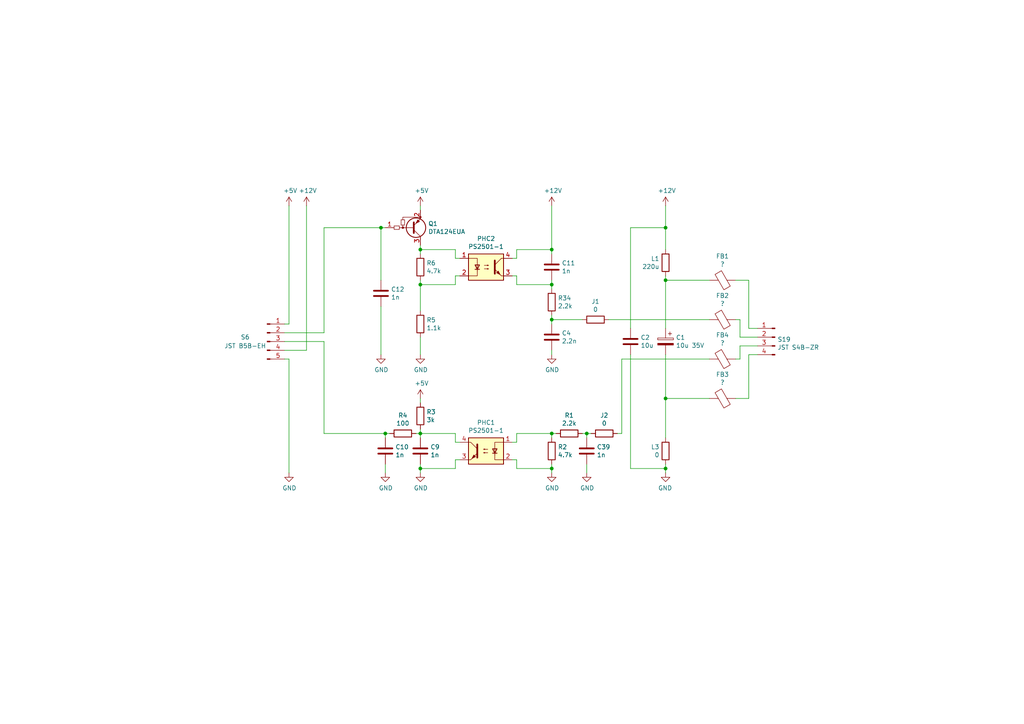
<source format=kicad_sch>
(kicad_sch
	(version 20231120)
	(generator "eeschema")
	(generator_version "8.0")
	(uuid "df8cc25e-d0a5-4f8b-aeed-394a630f4bd0")
	(paper "A4")
	(title_block
		(title "Daikin remote control adapter (3P071086)")
		(date "2023-01-04")
		(rev "2")
	)
	(lib_symbols
		(symbol "Connector:Conn_01x04_Male"
			(pin_names
				(offset 1.016) hide)
			(exclude_from_sim no)
			(in_bom yes)
			(on_board yes)
			(property "Reference" "J"
				(at 0 5.08 0)
				(effects
					(font
						(size 1.27 1.27)
					)
				)
			)
			(property "Value" "Conn_01x04_Male"
				(at 0 -7.62 0)
				(effects
					(font
						(size 1.27 1.27)
					)
				)
			)
			(property "Footprint" ""
				(at 0 0 0)
				(effects
					(font
						(size 1.27 1.27)
					)
					(hide yes)
				)
			)
			(property "Datasheet" "~"
				(at 0 0 0)
				(effects
					(font
						(size 1.27 1.27)
					)
					(hide yes)
				)
			)
			(property "Description" "Generic connector, single row, 01x04, script generated (kicad-library-utils/schlib/autogen/connector/)"
				(at 0 0 0)
				(effects
					(font
						(size 1.27 1.27)
					)
					(hide yes)
				)
			)
			(property "ki_keywords" "connector"
				(at 0 0 0)
				(effects
					(font
						(size 1.27 1.27)
					)
					(hide yes)
				)
			)
			(property "ki_fp_filters" "Connector*:*_1x??_*"
				(at 0 0 0)
				(effects
					(font
						(size 1.27 1.27)
					)
					(hide yes)
				)
			)
			(symbol "Conn_01x04_Male_1_1"
				(polyline
					(pts
						(xy 1.27 -5.08) (xy 0.8636 -5.08)
					)
					(stroke
						(width 0.1524)
						(type default)
					)
					(fill
						(type none)
					)
				)
				(polyline
					(pts
						(xy 1.27 -2.54) (xy 0.8636 -2.54)
					)
					(stroke
						(width 0.1524)
						(type default)
					)
					(fill
						(type none)
					)
				)
				(polyline
					(pts
						(xy 1.27 0) (xy 0.8636 0)
					)
					(stroke
						(width 0.1524)
						(type default)
					)
					(fill
						(type none)
					)
				)
				(polyline
					(pts
						(xy 1.27 2.54) (xy 0.8636 2.54)
					)
					(stroke
						(width 0.1524)
						(type default)
					)
					(fill
						(type none)
					)
				)
				(rectangle
					(start 0.8636 -4.953)
					(end 0 -5.207)
					(stroke
						(width 0.1524)
						(type default)
					)
					(fill
						(type outline)
					)
				)
				(rectangle
					(start 0.8636 -2.413)
					(end 0 -2.667)
					(stroke
						(width 0.1524)
						(type default)
					)
					(fill
						(type outline)
					)
				)
				(rectangle
					(start 0.8636 0.127)
					(end 0 -0.127)
					(stroke
						(width 0.1524)
						(type default)
					)
					(fill
						(type outline)
					)
				)
				(rectangle
					(start 0.8636 2.667)
					(end 0 2.413)
					(stroke
						(width 0.1524)
						(type default)
					)
					(fill
						(type outline)
					)
				)
				(pin passive line
					(at 5.08 2.54 180)
					(length 3.81)
					(name "Pin_1"
						(effects
							(font
								(size 1.27 1.27)
							)
						)
					)
					(number "1"
						(effects
							(font
								(size 1.27 1.27)
							)
						)
					)
				)
				(pin passive line
					(at 5.08 0 180)
					(length 3.81)
					(name "Pin_2"
						(effects
							(font
								(size 1.27 1.27)
							)
						)
					)
					(number "2"
						(effects
							(font
								(size 1.27 1.27)
							)
						)
					)
				)
				(pin passive line
					(at 5.08 -2.54 180)
					(length 3.81)
					(name "Pin_3"
						(effects
							(font
								(size 1.27 1.27)
							)
						)
					)
					(number "3"
						(effects
							(font
								(size 1.27 1.27)
							)
						)
					)
				)
				(pin passive line
					(at 5.08 -5.08 180)
					(length 3.81)
					(name "Pin_4"
						(effects
							(font
								(size 1.27 1.27)
							)
						)
					)
					(number "4"
						(effects
							(font
								(size 1.27 1.27)
							)
						)
					)
				)
			)
		)
		(symbol "Connector:Conn_01x05_Male"
			(pin_names
				(offset 1.016) hide)
			(exclude_from_sim no)
			(in_bom yes)
			(on_board yes)
			(property "Reference" "J"
				(at 0 7.62 0)
				(effects
					(font
						(size 1.27 1.27)
					)
				)
			)
			(property "Value" "Conn_01x05_Male"
				(at 0 -7.62 0)
				(effects
					(font
						(size 1.27 1.27)
					)
				)
			)
			(property "Footprint" ""
				(at 0 0 0)
				(effects
					(font
						(size 1.27 1.27)
					)
					(hide yes)
				)
			)
			(property "Datasheet" "~"
				(at 0 0 0)
				(effects
					(font
						(size 1.27 1.27)
					)
					(hide yes)
				)
			)
			(property "Description" "Generic connector, single row, 01x05, script generated (kicad-library-utils/schlib/autogen/connector/)"
				(at 0 0 0)
				(effects
					(font
						(size 1.27 1.27)
					)
					(hide yes)
				)
			)
			(property "ki_keywords" "connector"
				(at 0 0 0)
				(effects
					(font
						(size 1.27 1.27)
					)
					(hide yes)
				)
			)
			(property "ki_fp_filters" "Connector*:*_1x??_*"
				(at 0 0 0)
				(effects
					(font
						(size 1.27 1.27)
					)
					(hide yes)
				)
			)
			(symbol "Conn_01x05_Male_1_1"
				(polyline
					(pts
						(xy 1.27 -5.08) (xy 0.8636 -5.08)
					)
					(stroke
						(width 0.1524)
						(type default)
					)
					(fill
						(type none)
					)
				)
				(polyline
					(pts
						(xy 1.27 -2.54) (xy 0.8636 -2.54)
					)
					(stroke
						(width 0.1524)
						(type default)
					)
					(fill
						(type none)
					)
				)
				(polyline
					(pts
						(xy 1.27 0) (xy 0.8636 0)
					)
					(stroke
						(width 0.1524)
						(type default)
					)
					(fill
						(type none)
					)
				)
				(polyline
					(pts
						(xy 1.27 2.54) (xy 0.8636 2.54)
					)
					(stroke
						(width 0.1524)
						(type default)
					)
					(fill
						(type none)
					)
				)
				(polyline
					(pts
						(xy 1.27 5.08) (xy 0.8636 5.08)
					)
					(stroke
						(width 0.1524)
						(type default)
					)
					(fill
						(type none)
					)
				)
				(rectangle
					(start 0.8636 -4.953)
					(end 0 -5.207)
					(stroke
						(width 0.1524)
						(type default)
					)
					(fill
						(type outline)
					)
				)
				(rectangle
					(start 0.8636 -2.413)
					(end 0 -2.667)
					(stroke
						(width 0.1524)
						(type default)
					)
					(fill
						(type outline)
					)
				)
				(rectangle
					(start 0.8636 0.127)
					(end 0 -0.127)
					(stroke
						(width 0.1524)
						(type default)
					)
					(fill
						(type outline)
					)
				)
				(rectangle
					(start 0.8636 2.667)
					(end 0 2.413)
					(stroke
						(width 0.1524)
						(type default)
					)
					(fill
						(type outline)
					)
				)
				(rectangle
					(start 0.8636 5.207)
					(end 0 4.953)
					(stroke
						(width 0.1524)
						(type default)
					)
					(fill
						(type outline)
					)
				)
				(pin passive line
					(at 5.08 5.08 180)
					(length 3.81)
					(name "Pin_1"
						(effects
							(font
								(size 1.27 1.27)
							)
						)
					)
					(number "1"
						(effects
							(font
								(size 1.27 1.27)
							)
						)
					)
				)
				(pin passive line
					(at 5.08 2.54 180)
					(length 3.81)
					(name "Pin_2"
						(effects
							(font
								(size 1.27 1.27)
							)
						)
					)
					(number "2"
						(effects
							(font
								(size 1.27 1.27)
							)
						)
					)
				)
				(pin passive line
					(at 5.08 0 180)
					(length 3.81)
					(name "Pin_3"
						(effects
							(font
								(size 1.27 1.27)
							)
						)
					)
					(number "3"
						(effects
							(font
								(size 1.27 1.27)
							)
						)
					)
				)
				(pin passive line
					(at 5.08 -2.54 180)
					(length 3.81)
					(name "Pin_4"
						(effects
							(font
								(size 1.27 1.27)
							)
						)
					)
					(number "4"
						(effects
							(font
								(size 1.27 1.27)
							)
						)
					)
				)
				(pin passive line
					(at 5.08 -5.08 180)
					(length 3.81)
					(name "Pin_5"
						(effects
							(font
								(size 1.27 1.27)
							)
						)
					)
					(number "5"
						(effects
							(font
								(size 1.27 1.27)
							)
						)
					)
				)
			)
		)
		(symbol "Device:C"
			(pin_numbers hide)
			(pin_names
				(offset 0.254)
			)
			(exclude_from_sim no)
			(in_bom yes)
			(on_board yes)
			(property "Reference" "C"
				(at 0.635 2.54 0)
				(effects
					(font
						(size 1.27 1.27)
					)
					(justify left)
				)
			)
			(property "Value" "C"
				(at 0.635 -2.54 0)
				(effects
					(font
						(size 1.27 1.27)
					)
					(justify left)
				)
			)
			(property "Footprint" ""
				(at 0.9652 -3.81 0)
				(effects
					(font
						(size 1.27 1.27)
					)
					(hide yes)
				)
			)
			(property "Datasheet" "~"
				(at 0 0 0)
				(effects
					(font
						(size 1.27 1.27)
					)
					(hide yes)
				)
			)
			(property "Description" "Unpolarized capacitor"
				(at 0 0 0)
				(effects
					(font
						(size 1.27 1.27)
					)
					(hide yes)
				)
			)
			(property "ki_keywords" "cap capacitor"
				(at 0 0 0)
				(effects
					(font
						(size 1.27 1.27)
					)
					(hide yes)
				)
			)
			(property "ki_fp_filters" "C_*"
				(at 0 0 0)
				(effects
					(font
						(size 1.27 1.27)
					)
					(hide yes)
				)
			)
			(symbol "C_0_1"
				(polyline
					(pts
						(xy -2.032 -0.762) (xy 2.032 -0.762)
					)
					(stroke
						(width 0.508)
						(type default)
					)
					(fill
						(type none)
					)
				)
				(polyline
					(pts
						(xy -2.032 0.762) (xy 2.032 0.762)
					)
					(stroke
						(width 0.508)
						(type default)
					)
					(fill
						(type none)
					)
				)
			)
			(symbol "C_1_1"
				(pin passive line
					(at 0 3.81 270)
					(length 2.794)
					(name "~"
						(effects
							(font
								(size 1.27 1.27)
							)
						)
					)
					(number "1"
						(effects
							(font
								(size 1.27 1.27)
							)
						)
					)
				)
				(pin passive line
					(at 0 -3.81 90)
					(length 2.794)
					(name "~"
						(effects
							(font
								(size 1.27 1.27)
							)
						)
					)
					(number "2"
						(effects
							(font
								(size 1.27 1.27)
							)
						)
					)
				)
			)
		)
		(symbol "Device:Q_PNP_BEC_BRT"
			(pin_names hide)
			(exclude_from_sim no)
			(in_bom yes)
			(on_board yes)
			(property "Reference" "Q"
				(at 3.81 1.27 0)
				(effects
					(font
						(size 1.27 1.27)
					)
					(justify left)
				)
			)
			(property "Value" "Q_PNP_BEC_BRT"
				(at 3.81 -1.27 0)
				(effects
					(font
						(size 1.27 1.27)
					)
					(justify left)
				)
			)
			(property "Footprint" ""
				(at 0 0 0)
				(effects
					(font
						(size 1.27 1.27)
					)
					(hide yes)
				)
			)
			(property "Datasheet" "~"
				(at 0 0 0)
				(effects
					(font
						(size 1.27 1.27)
					)
					(hide yes)
				)
			)
			(property "Description" "PNP bias resistor transistor, base/emitter/collector"
				(at 0 0 0)
				(effects
					(font
						(size 1.27 1.27)
					)
					(hide yes)
				)
			)
			(property "ki_keywords" "transistor PNP"
				(at 0 0 0)
				(effects
					(font
						(size 1.27 1.27)
					)
					(hide yes)
				)
			)
			(symbol "Q_PNP_BEC_BRT_0_1"
				(rectangle
					(start -6.35 0.508)
					(end -4.826 -0.508)
					(stroke
						(width 0)
						(type default)
					)
					(fill
						(type none)
					)
				)
				(rectangle
					(start -4.318 -2.286)
					(end -3.302 -0.762)
					(stroke
						(width 0)
						(type default)
					)
					(fill
						(type none)
					)
				)
				(circle
					(center -3.81 0)
					(radius 0.254)
					(stroke
						(width 0)
						(type default)
					)
					(fill
						(type outline)
					)
				)
				(polyline
					(pts
						(xy -3.81 -0.762) (xy -3.81 0)
					)
					(stroke
						(width 0)
						(type default)
					)
					(fill
						(type none)
					)
				)
				(polyline
					(pts
						(xy -0.762 0) (xy -4.826 0)
					)
					(stroke
						(width 0)
						(type default)
					)
					(fill
						(type none)
					)
				)
				(polyline
					(pts
						(xy -0.635 1.524) (xy -0.635 -1.524)
					)
					(stroke
						(width 0.508)
						(type default)
					)
					(fill
						(type none)
					)
				)
				(polyline
					(pts
						(xy -3.81 -2.286) (xy -3.81 -3.048) (xy 1.27 -3.048)
					)
					(stroke
						(width 0)
						(type default)
					)
					(fill
						(type none)
					)
				)
				(polyline
					(pts
						(xy 1.016 -1.778) (xy 0.508 -2.286) (xy 0 -1.27) (xy 1.016 -1.778) (xy 1.016 -1.778)
					)
					(stroke
						(width 0)
						(type default)
					)
					(fill
						(type outline)
					)
				)
				(circle
					(center 1.27 -3.048)
					(radius 0.254)
					(stroke
						(width 0)
						(type default)
					)
					(fill
						(type outline)
					)
				)
			)
			(symbol "Q_PNP_BEC_BRT_1_1"
				(polyline
					(pts
						(xy -0.635 0.635) (xy 1.27 2.54)
					)
					(stroke
						(width 0)
						(type default)
					)
					(fill
						(type none)
					)
				)
				(polyline
					(pts
						(xy -0.635 -0.635) (xy 1.27 -2.54) (xy 1.27 -2.54)
					)
					(stroke
						(width 0)
						(type default)
					)
					(fill
						(type none)
					)
				)
				(circle
					(center 0 0)
					(radius 2.8194)
					(stroke
						(width 0.254)
						(type default)
					)
					(fill
						(type none)
					)
				)
				(pin input line
					(at -8.89 0 0)
					(length 2.54)
					(name "B"
						(effects
							(font
								(size 1.27 1.27)
							)
						)
					)
					(number "1"
						(effects
							(font
								(size 1.27 1.27)
							)
						)
					)
				)
				(pin passive line
					(at 1.27 -5.08 90)
					(length 2.54)
					(name "E"
						(effects
							(font
								(size 1.27 1.27)
							)
						)
					)
					(number "2"
						(effects
							(font
								(size 1.27 1.27)
							)
						)
					)
				)
				(pin passive line
					(at 1.27 5.08 270)
					(length 2.54)
					(name "C"
						(effects
							(font
								(size 1.27 1.27)
							)
						)
					)
					(number "3"
						(effects
							(font
								(size 1.27 1.27)
							)
						)
					)
				)
			)
		)
		(symbol "Device:R"
			(pin_numbers hide)
			(pin_names
				(offset 0)
			)
			(exclude_from_sim no)
			(in_bom yes)
			(on_board yes)
			(property "Reference" "R"
				(at 2.032 0 90)
				(effects
					(font
						(size 1.27 1.27)
					)
				)
			)
			(property "Value" "R"
				(at 0 0 90)
				(effects
					(font
						(size 1.27 1.27)
					)
				)
			)
			(property "Footprint" ""
				(at -1.778 0 90)
				(effects
					(font
						(size 1.27 1.27)
					)
					(hide yes)
				)
			)
			(property "Datasheet" "~"
				(at 0 0 0)
				(effects
					(font
						(size 1.27 1.27)
					)
					(hide yes)
				)
			)
			(property "Description" "Resistor"
				(at 0 0 0)
				(effects
					(font
						(size 1.27 1.27)
					)
					(hide yes)
				)
			)
			(property "ki_keywords" "R res resistor"
				(at 0 0 0)
				(effects
					(font
						(size 1.27 1.27)
					)
					(hide yes)
				)
			)
			(property "ki_fp_filters" "R_*"
				(at 0 0 0)
				(effects
					(font
						(size 1.27 1.27)
					)
					(hide yes)
				)
			)
			(symbol "R_0_1"
				(rectangle
					(start -1.016 -2.54)
					(end 1.016 2.54)
					(stroke
						(width 0.254)
						(type default)
					)
					(fill
						(type none)
					)
				)
			)
			(symbol "R_1_1"
				(pin passive line
					(at 0 3.81 270)
					(length 1.27)
					(name "~"
						(effects
							(font
								(size 1.27 1.27)
							)
						)
					)
					(number "1"
						(effects
							(font
								(size 1.27 1.27)
							)
						)
					)
				)
				(pin passive line
					(at 0 -3.81 90)
					(length 1.27)
					(name "~"
						(effects
							(font
								(size 1.27 1.27)
							)
						)
					)
					(number "2"
						(effects
							(font
								(size 1.27 1.27)
							)
						)
					)
				)
			)
		)
		(symbol "Isolator:SFH617A-1"
			(pin_names
				(offset 1.016)
			)
			(exclude_from_sim no)
			(in_bom yes)
			(on_board yes)
			(property "Reference" "U"
				(at -5.08 5.08 0)
				(effects
					(font
						(size 1.27 1.27)
					)
					(justify left)
				)
			)
			(property "Value" "SFH617A-1"
				(at 0 5.08 0)
				(effects
					(font
						(size 1.27 1.27)
					)
					(justify left)
				)
			)
			(property "Footprint" "Package_DIP:DIP-4_W7.62mm"
				(at -5.08 -5.08 0)
				(effects
					(font
						(size 1.27 1.27)
						(italic yes)
					)
					(justify left)
					(hide yes)
				)
			)
			(property "Datasheet" "http://www.vishay.com/docs/83740/sfh617a.pdf"
				(at 0 0 0)
				(effects
					(font
						(size 1.27 1.27)
					)
					(justify left)
					(hide yes)
				)
			)
			(property "Description" "Optocoupler, Phototransistor Output, 5300 VRMS, VCEO 70V, CTR% 40-80, -55 to +110 degree Celcius, UL, BSI, FIMKO, cUL, THT PDIP-4"
				(at 0 0 0)
				(effects
					(font
						(size 1.27 1.27)
					)
					(hide yes)
				)
			)
			(property "ki_keywords" "Optocoupler, Phototransistor Output, 5300 VRMS, VCEO 70V, CTR% 40-80"
				(at 0 0 0)
				(effects
					(font
						(size 1.27 1.27)
					)
					(hide yes)
				)
			)
			(property "ki_fp_filters" "DIP*W7.62mm*"
				(at 0 0 0)
				(effects
					(font
						(size 1.27 1.27)
					)
					(hide yes)
				)
			)
			(symbol "SFH617A-1_0_1"
				(rectangle
					(start -5.08 3.81)
					(end 5.08 -3.81)
					(stroke
						(width 0.254)
						(type default)
					)
					(fill
						(type background)
					)
				)
				(polyline
					(pts
						(xy -3.175 -0.635) (xy -1.905 -0.635)
					)
					(stroke
						(width 0.254)
						(type default)
					)
					(fill
						(type none)
					)
				)
				(polyline
					(pts
						(xy 2.54 0.635) (xy 4.445 2.54)
					)
					(stroke
						(width 0)
						(type default)
					)
					(fill
						(type none)
					)
				)
				(polyline
					(pts
						(xy 4.445 -2.54) (xy 2.54 -0.635)
					)
					(stroke
						(width 0)
						(type default)
					)
					(fill
						(type outline)
					)
				)
				(polyline
					(pts
						(xy 4.445 -2.54) (xy 5.08 -2.54)
					)
					(stroke
						(width 0)
						(type default)
					)
					(fill
						(type none)
					)
				)
				(polyline
					(pts
						(xy 4.445 2.54) (xy 5.08 2.54)
					)
					(stroke
						(width 0)
						(type default)
					)
					(fill
						(type none)
					)
				)
				(polyline
					(pts
						(xy -2.54 -0.635) (xy -2.54 -2.54) (xy -5.08 -2.54)
					)
					(stroke
						(width 0)
						(type default)
					)
					(fill
						(type none)
					)
				)
				(polyline
					(pts
						(xy 2.54 1.905) (xy 2.54 -1.905) (xy 2.54 -1.905)
					)
					(stroke
						(width 0.508)
						(type default)
					)
					(fill
						(type none)
					)
				)
				(polyline
					(pts
						(xy -5.08 2.54) (xy -2.54 2.54) (xy -2.54 -1.27) (xy -2.54 0.635)
					)
					(stroke
						(width 0)
						(type default)
					)
					(fill
						(type none)
					)
				)
				(polyline
					(pts
						(xy -2.54 -0.635) (xy -3.175 0.635) (xy -1.905 0.635) (xy -2.54 -0.635)
					)
					(stroke
						(width 0.254)
						(type default)
					)
					(fill
						(type none)
					)
				)
				(polyline
					(pts
						(xy -0.508 -0.508) (xy 0.762 -0.508) (xy 0.381 -0.635) (xy 0.381 -0.381) (xy 0.762 -0.508)
					)
					(stroke
						(width 0)
						(type default)
					)
					(fill
						(type none)
					)
				)
				(polyline
					(pts
						(xy -0.508 0.508) (xy 0.762 0.508) (xy 0.381 0.381) (xy 0.381 0.635) (xy 0.762 0.508)
					)
					(stroke
						(width 0)
						(type default)
					)
					(fill
						(type none)
					)
				)
				(polyline
					(pts
						(xy 3.048 -1.651) (xy 3.556 -1.143) (xy 4.064 -2.159) (xy 3.048 -1.651) (xy 3.048 -1.651)
					)
					(stroke
						(width 0)
						(type default)
					)
					(fill
						(type outline)
					)
				)
			)
			(symbol "SFH617A-1_1_1"
				(pin passive line
					(at -7.62 2.54 0)
					(length 2.54)
					(name "~"
						(effects
							(font
								(size 1.27 1.27)
							)
						)
					)
					(number "1"
						(effects
							(font
								(size 1.27 1.27)
							)
						)
					)
				)
				(pin passive line
					(at -7.62 -2.54 0)
					(length 2.54)
					(name "~"
						(effects
							(font
								(size 1.27 1.27)
							)
						)
					)
					(number "2"
						(effects
							(font
								(size 1.27 1.27)
							)
						)
					)
				)
				(pin passive line
					(at 7.62 -2.54 180)
					(length 2.54)
					(name "~"
						(effects
							(font
								(size 1.27 1.27)
							)
						)
					)
					(number "3"
						(effects
							(font
								(size 1.27 1.27)
							)
						)
					)
				)
				(pin passive line
					(at 7.62 2.54 180)
					(length 2.54)
					(name "~"
						(effects
							(font
								(size 1.27 1.27)
							)
						)
					)
					(number "4"
						(effects
							(font
								(size 1.27 1.27)
							)
						)
					)
				)
			)
		)
		(symbol "power:+12V"
			(power)
			(pin_names
				(offset 0)
			)
			(exclude_from_sim no)
			(in_bom yes)
			(on_board yes)
			(property "Reference" "#PWR"
				(at 0 -3.81 0)
				(effects
					(font
						(size 1.27 1.27)
					)
					(hide yes)
				)
			)
			(property "Value" "+12V"
				(at 0 3.556 0)
				(effects
					(font
						(size 1.27 1.27)
					)
				)
			)
			(property "Footprint" ""
				(at 0 0 0)
				(effects
					(font
						(size 1.27 1.27)
					)
					(hide yes)
				)
			)
			(property "Datasheet" ""
				(at 0 0 0)
				(effects
					(font
						(size 1.27 1.27)
					)
					(hide yes)
				)
			)
			(property "Description" "Power symbol creates a global label with name \"+12V\""
				(at 0 0 0)
				(effects
					(font
						(size 1.27 1.27)
					)
					(hide yes)
				)
			)
			(property "ki_keywords" "power-flag"
				(at 0 0 0)
				(effects
					(font
						(size 1.27 1.27)
					)
					(hide yes)
				)
			)
			(symbol "+12V_0_1"
				(polyline
					(pts
						(xy -0.762 1.27) (xy 0 2.54)
					)
					(stroke
						(width 0)
						(type default)
					)
					(fill
						(type none)
					)
				)
				(polyline
					(pts
						(xy 0 0) (xy 0 2.54)
					)
					(stroke
						(width 0)
						(type default)
					)
					(fill
						(type none)
					)
				)
				(polyline
					(pts
						(xy 0 2.54) (xy 0.762 1.27)
					)
					(stroke
						(width 0)
						(type default)
					)
					(fill
						(type none)
					)
				)
			)
			(symbol "+12V_1_1"
				(pin power_in line
					(at 0 0 90)
					(length 0) hide
					(name "+12V"
						(effects
							(font
								(size 1.27 1.27)
							)
						)
					)
					(number "1"
						(effects
							(font
								(size 1.27 1.27)
							)
						)
					)
				)
			)
		)
		(symbol "power:+5V"
			(power)
			(pin_names
				(offset 0)
			)
			(exclude_from_sim no)
			(in_bom yes)
			(on_board yes)
			(property "Reference" "#PWR"
				(at 0 -3.81 0)
				(effects
					(font
						(size 1.27 1.27)
					)
					(hide yes)
				)
			)
			(property "Value" "+5V"
				(at 0 3.556 0)
				(effects
					(font
						(size 1.27 1.27)
					)
				)
			)
			(property "Footprint" ""
				(at 0 0 0)
				(effects
					(font
						(size 1.27 1.27)
					)
					(hide yes)
				)
			)
			(property "Datasheet" ""
				(at 0 0 0)
				(effects
					(font
						(size 1.27 1.27)
					)
					(hide yes)
				)
			)
			(property "Description" "Power symbol creates a global label with name \"+5V\""
				(at 0 0 0)
				(effects
					(font
						(size 1.27 1.27)
					)
					(hide yes)
				)
			)
			(property "ki_keywords" "power-flag"
				(at 0 0 0)
				(effects
					(font
						(size 1.27 1.27)
					)
					(hide yes)
				)
			)
			(symbol "+5V_0_1"
				(polyline
					(pts
						(xy -0.762 1.27) (xy 0 2.54)
					)
					(stroke
						(width 0)
						(type default)
					)
					(fill
						(type none)
					)
				)
				(polyline
					(pts
						(xy 0 0) (xy 0 2.54)
					)
					(stroke
						(width 0)
						(type default)
					)
					(fill
						(type none)
					)
				)
				(polyline
					(pts
						(xy 0 2.54) (xy 0.762 1.27)
					)
					(stroke
						(width 0)
						(type default)
					)
					(fill
						(type none)
					)
				)
			)
			(symbol "+5V_1_1"
				(pin power_in line
					(at 0 0 90)
					(length 0) hide
					(name "+5V"
						(effects
							(font
								(size 1.27 1.27)
							)
						)
					)
					(number "1"
						(effects
							(font
								(size 1.27 1.27)
							)
						)
					)
				)
			)
		)
		(symbol "power:GND"
			(power)
			(pin_names
				(offset 0)
			)
			(exclude_from_sim no)
			(in_bom yes)
			(on_board yes)
			(property "Reference" "#PWR"
				(at 0 -6.35 0)
				(effects
					(font
						(size 1.27 1.27)
					)
					(hide yes)
				)
			)
			(property "Value" "GND"
				(at 0 -3.81 0)
				(effects
					(font
						(size 1.27 1.27)
					)
				)
			)
			(property "Footprint" ""
				(at 0 0 0)
				(effects
					(font
						(size 1.27 1.27)
					)
					(hide yes)
				)
			)
			(property "Datasheet" ""
				(at 0 0 0)
				(effects
					(font
						(size 1.27 1.27)
					)
					(hide yes)
				)
			)
			(property "Description" "Power symbol creates a global label with name \"GND\" , ground"
				(at 0 0 0)
				(effects
					(font
						(size 1.27 1.27)
					)
					(hide yes)
				)
			)
			(property "ki_keywords" "power-flag"
				(at 0 0 0)
				(effects
					(font
						(size 1.27 1.27)
					)
					(hide yes)
				)
			)
			(symbol "GND_0_1"
				(polyline
					(pts
						(xy 0 0) (xy 0 -1.27) (xy 1.27 -1.27) (xy 0 -2.54) (xy -1.27 -1.27) (xy 0 -1.27)
					)
					(stroke
						(width 0)
						(type default)
					)
					(fill
						(type none)
					)
				)
			)
			(symbol "GND_1_1"
				(pin power_in line
					(at 0 0 270)
					(length 0) hide
					(name "GND"
						(effects
							(font
								(size 1.27 1.27)
							)
						)
					)
					(number "1"
						(effects
							(font
								(size 1.27 1.27)
							)
						)
					)
				)
			)
		)
		(symbol "remote-control-adapter-rescue:CP-Device"
			(pin_numbers hide)
			(pin_names
				(offset 0.254)
			)
			(exclude_from_sim no)
			(in_bom yes)
			(on_board yes)
			(property "Reference" "C"
				(at 0.635 2.54 0)
				(effects
					(font
						(size 1.27 1.27)
					)
					(justify left)
				)
			)
			(property "Value" "CP-Device"
				(at 0.635 -2.54 0)
				(effects
					(font
						(size 1.27 1.27)
					)
					(justify left)
				)
			)
			(property "Footprint" ""
				(at 0.9652 -3.81 0)
				(effects
					(font
						(size 1.27 1.27)
					)
					(hide yes)
				)
			)
			(property "Datasheet" ""
				(at 0 0 0)
				(effects
					(font
						(size 1.27 1.27)
					)
					(hide yes)
				)
			)
			(property "Description" ""
				(at 0 0 0)
				(effects
					(font
						(size 1.27 1.27)
					)
					(hide yes)
				)
			)
			(property "ki_fp_filters" "CP_*"
				(at 0 0 0)
				(effects
					(font
						(size 1.27 1.27)
					)
					(hide yes)
				)
			)
			(symbol "CP-Device_0_1"
				(rectangle
					(start -2.286 0.508)
					(end 2.286 1.016)
					(stroke
						(width 0)
						(type default)
					)
					(fill
						(type none)
					)
				)
				(polyline
					(pts
						(xy -1.778 2.286) (xy -0.762 2.286)
					)
					(stroke
						(width 0)
						(type default)
					)
					(fill
						(type none)
					)
				)
				(polyline
					(pts
						(xy -1.27 2.794) (xy -1.27 1.778)
					)
					(stroke
						(width 0)
						(type default)
					)
					(fill
						(type none)
					)
				)
				(rectangle
					(start 2.286 -0.508)
					(end -2.286 -1.016)
					(stroke
						(width 0)
						(type default)
					)
					(fill
						(type outline)
					)
				)
			)
			(symbol "CP-Device_1_1"
				(pin passive line
					(at 0 3.81 270)
					(length 2.794)
					(name "~"
						(effects
							(font
								(size 1.27 1.27)
							)
						)
					)
					(number "1"
						(effects
							(font
								(size 1.27 1.27)
							)
						)
					)
				)
				(pin passive line
					(at 0 -3.81 90)
					(length 2.794)
					(name "~"
						(effects
							(font
								(size 1.27 1.27)
							)
						)
					)
					(number "2"
						(effects
							(font
								(size 1.27 1.27)
							)
						)
					)
				)
			)
		)
		(symbol "remote-control-adapter-rescue:Ferrite_Bead-Device"
			(pin_numbers hide)
			(pin_names
				(offset 0)
			)
			(exclude_from_sim no)
			(in_bom yes)
			(on_board yes)
			(property "Reference" "FB"
				(at -3.81 0.635 90)
				(effects
					(font
						(size 1.27 1.27)
					)
				)
			)
			(property "Value" "Ferrite_Bead-Device"
				(at 3.81 0 90)
				(effects
					(font
						(size 1.27 1.27)
					)
				)
			)
			(property "Footprint" ""
				(at -1.778 0 90)
				(effects
					(font
						(size 1.27 1.27)
					)
					(hide yes)
				)
			)
			(property "Datasheet" ""
				(at 0 0 0)
				(effects
					(font
						(size 1.27 1.27)
					)
					(hide yes)
				)
			)
			(property "Description" ""
				(at 0 0 0)
				(effects
					(font
						(size 1.27 1.27)
					)
					(hide yes)
				)
			)
			(property "ki_fp_filters" "Inductor_* L_* *Ferrite*"
				(at 0 0 0)
				(effects
					(font
						(size 1.27 1.27)
					)
					(hide yes)
				)
			)
			(symbol "Ferrite_Bead-Device_0_1"
				(polyline
					(pts
						(xy 0 -1.27) (xy 0 -1.2192)
					)
					(stroke
						(width 0)
						(type default)
					)
					(fill
						(type none)
					)
				)
				(polyline
					(pts
						(xy 0 1.27) (xy 0 1.2954)
					)
					(stroke
						(width 0)
						(type default)
					)
					(fill
						(type none)
					)
				)
				(polyline
					(pts
						(xy -2.7686 0.4064) (xy -1.7018 2.2606) (xy 2.7686 -0.3048) (xy 1.6764 -2.159) (xy -2.7686 0.4064)
					)
					(stroke
						(width 0)
						(type default)
					)
					(fill
						(type none)
					)
				)
			)
			(symbol "Ferrite_Bead-Device_1_1"
				(pin passive line
					(at 0 3.81 270)
					(length 2.54)
					(name "~"
						(effects
							(font
								(size 1.27 1.27)
							)
						)
					)
					(number "1"
						(effects
							(font
								(size 1.27 1.27)
							)
						)
					)
				)
				(pin passive line
					(at 0 -3.81 90)
					(length 2.54)
					(name "~"
						(effects
							(font
								(size 1.27 1.27)
							)
						)
					)
					(number "2"
						(effects
							(font
								(size 1.27 1.27)
							)
						)
					)
				)
			)
		)
	)
	(junction
		(at 121.92 82.55)
		(diameter 0)
		(color 0 0 0 0)
		(uuid "0fd36f5c-b12b-42a2-8c92-083cd7c7ef88")
	)
	(junction
		(at 160.02 82.55)
		(diameter 0)
		(color 0 0 0 0)
		(uuid "181e976b-557c-4ac3-ad4b-3141c3bc9d36")
	)
	(junction
		(at 193.04 66.04)
		(diameter 0)
		(color 0 0 0 0)
		(uuid "2da7cc9f-ab0a-469d-94bb-c85481a72f39")
	)
	(junction
		(at 111.76 125.73)
		(diameter 0)
		(color 0 0 0 0)
		(uuid "336b7a20-6c9c-42e5-b97e-a47473e2d217")
	)
	(junction
		(at 193.04 115.57)
		(diameter 0)
		(color 0 0 0 0)
		(uuid "51b1b9d1-fdeb-491e-bde1-169a4d2cf381")
	)
	(junction
		(at 160.02 92.71)
		(diameter 0)
		(color 0 0 0 0)
		(uuid "5aaf616d-2594-4011-bc64-fb723a38e551")
	)
	(junction
		(at 160.02 125.73)
		(diameter 0)
		(color 0 0 0 0)
		(uuid "72fd72c4-80d9-4b0e-a3b6-46f5a7f7c7f8")
	)
	(junction
		(at 121.92 125.73)
		(diameter 0)
		(color 0 0 0 0)
		(uuid "872294a5-a563-4470-9b82-370672d989fd")
	)
	(junction
		(at 121.92 135.89)
		(diameter 0)
		(color 0 0 0 0)
		(uuid "87ce6b4b-57a1-4932-9b5c-a4b475e7fe0d")
	)
	(junction
		(at 160.02 135.89)
		(diameter 0)
		(color 0 0 0 0)
		(uuid "8ded54ea-b4aa-4137-af01-7c081b60fb85")
	)
	(junction
		(at 160.02 72.39)
		(diameter 0)
		(color 0 0 0 0)
		(uuid "b057aef6-6331-4248-b73b-2a6eec94ca75")
	)
	(junction
		(at 193.04 135.89)
		(diameter 0)
		(color 0 0 0 0)
		(uuid "b2bf8c9b-dcd8-46e7-8405-6ae9f45033da")
	)
	(junction
		(at 110.49 66.04)
		(diameter 0)
		(color 0 0 0 0)
		(uuid "c90cd387-b591-4147-a7e9-eaf08bdc28d0")
	)
	(junction
		(at 193.04 81.28)
		(diameter 0)
		(color 0 0 0 0)
		(uuid "e7531095-e1c8-444e-9970-33dbb75653c3")
	)
	(junction
		(at 121.92 72.39)
		(diameter 0)
		(color 0 0 0 0)
		(uuid "ec2af8c3-0c61-4b41-9fd8-11fc1f382a7e")
	)
	(junction
		(at 170.18 125.73)
		(diameter 0)
		(color 0 0 0 0)
		(uuid "fdcd89ce-7900-4377-b72a-0a45108c56ea")
	)
	(wire
		(pts
			(xy 176.53 92.71) (xy 205.74 92.71)
		)
		(stroke
			(width 0)
			(type default)
		)
		(uuid "063e6f85-dc79-4014-931f-d9718bdbf2be")
	)
	(wire
		(pts
			(xy 193.04 59.69) (xy 193.04 66.04)
		)
		(stroke
			(width 0)
			(type default)
		)
		(uuid "0a77d0a6-6bc9-4393-81fa-b1e864cbd5d4")
	)
	(wire
		(pts
			(xy 219.71 100.33) (xy 214.63 100.33)
		)
		(stroke
			(width 0)
			(type default)
		)
		(uuid "0aa9745f-5429-45dc-8122-05369b55165e")
	)
	(wire
		(pts
			(xy 121.92 71.12) (xy 121.92 72.39)
		)
		(stroke
			(width 0)
			(type default)
		)
		(uuid "0e11fe22-da76-470a-9dba-9ed80f13047d")
	)
	(wire
		(pts
			(xy 182.88 66.04) (xy 182.88 95.25)
		)
		(stroke
			(width 0)
			(type default)
		)
		(uuid "0f414ac5-b8de-420d-847c-f84c2d071a3d")
	)
	(wire
		(pts
			(xy 160.02 101.6) (xy 160.02 102.87)
		)
		(stroke
			(width 0)
			(type default)
		)
		(uuid "11bf260f-b473-433c-bbef-e7e3aee4ec05")
	)
	(wire
		(pts
			(xy 160.02 91.44) (xy 160.02 92.71)
		)
		(stroke
			(width 0)
			(type default)
		)
		(uuid "11d75d87-a745-4c87-b6cb-6d1c407e7c9a")
	)
	(wire
		(pts
			(xy 82.55 93.98) (xy 83.82 93.98)
		)
		(stroke
			(width 0)
			(type default)
		)
		(uuid "1528e8f0-11e1-46fa-8b2e-9f62b35e82e7")
	)
	(wire
		(pts
			(xy 160.02 59.69) (xy 160.02 72.39)
		)
		(stroke
			(width 0)
			(type default)
		)
		(uuid "17a4bb92-5329-4787-9095-57d7ea4c920d")
	)
	(wire
		(pts
			(xy 160.02 92.71) (xy 168.91 92.71)
		)
		(stroke
			(width 0)
			(type default)
		)
		(uuid "1b6dd466-994e-4a56-ad14-eabb8a72beb5")
	)
	(wire
		(pts
			(xy 121.92 97.79) (xy 121.92 102.87)
		)
		(stroke
			(width 0)
			(type default)
		)
		(uuid "1c198041-7b2e-4b21-b758-09a1f17ba0fa")
	)
	(wire
		(pts
			(xy 121.92 72.39) (xy 121.92 73.66)
		)
		(stroke
			(width 0)
			(type default)
		)
		(uuid "1e61b954-dbb8-4ad1-b761-afc7bb9123ee")
	)
	(wire
		(pts
			(xy 121.92 125.73) (xy 121.92 124.46)
		)
		(stroke
			(width 0)
			(type default)
		)
		(uuid "1f98471a-f3d2-465f-afbb-11664be5c17e")
	)
	(wire
		(pts
			(xy 121.92 81.28) (xy 121.92 82.55)
		)
		(stroke
			(width 0)
			(type default)
		)
		(uuid "1ff0eb0d-0994-4add-b545-aceb7ac2a507")
	)
	(wire
		(pts
			(xy 193.04 80.01) (xy 193.04 81.28)
		)
		(stroke
			(width 0)
			(type default)
		)
		(uuid "216b2bc2-5ce8-4caa-873f-483897978158")
	)
	(wire
		(pts
			(xy 170.18 125.73) (xy 170.18 127)
		)
		(stroke
			(width 0)
			(type default)
		)
		(uuid "2171a89c-66ca-4ead-a7e3-0d71a05ecc10")
	)
	(wire
		(pts
			(xy 121.92 72.39) (xy 132.08 72.39)
		)
		(stroke
			(width 0)
			(type default)
		)
		(uuid "21a035cc-9535-4515-98c9-c8633bc948f7")
	)
	(wire
		(pts
			(xy 193.04 95.25) (xy 193.04 81.28)
		)
		(stroke
			(width 0)
			(type default)
		)
		(uuid "27c76da8-a47f-4acd-9316-0564a2bb048c")
	)
	(wire
		(pts
			(xy 111.76 134.62) (xy 111.76 137.16)
		)
		(stroke
			(width 0)
			(type default)
		)
		(uuid "2987766e-9151-4b26-a372-17d6b3535c9f")
	)
	(wire
		(pts
			(xy 149.86 72.39) (xy 160.02 72.39)
		)
		(stroke
			(width 0)
			(type default)
		)
		(uuid "2a53a7a5-a0d3-434a-a8c9-a20ec2a7edb7")
	)
	(wire
		(pts
			(xy 214.63 97.79) (xy 219.71 97.79)
		)
		(stroke
			(width 0)
			(type default)
		)
		(uuid "32f9e755-29c8-40c9-a5eb-1879c6e9699d")
	)
	(wire
		(pts
			(xy 93.98 99.06) (xy 93.98 125.73)
		)
		(stroke
			(width 0)
			(type default)
		)
		(uuid "39acf1d0-6d39-46d5-b355-222265aedf15")
	)
	(wire
		(pts
			(xy 149.86 128.27) (xy 149.86 125.73)
		)
		(stroke
			(width 0)
			(type default)
		)
		(uuid "3dc789c9-25f6-40b5-b8c7-bf33552180e8")
	)
	(wire
		(pts
			(xy 132.08 128.27) (xy 132.08 125.73)
		)
		(stroke
			(width 0)
			(type default)
		)
		(uuid "3f0d55df-6671-4cf8-acc2-cc075c36924d")
	)
	(wire
		(pts
			(xy 160.02 125.73) (xy 161.29 125.73)
		)
		(stroke
			(width 0)
			(type default)
		)
		(uuid "3fd0e9be-4285-48c9-b605-b03bdf01decd")
	)
	(wire
		(pts
			(xy 110.49 66.04) (xy 111.76 66.04)
		)
		(stroke
			(width 0)
			(type default)
		)
		(uuid "434103f8-c1c8-4613-9608-22afd65bfd55")
	)
	(wire
		(pts
			(xy 217.17 115.57) (xy 217.17 102.87)
		)
		(stroke
			(width 0)
			(type default)
		)
		(uuid "46b069a9-fae4-4c63-8088-138d9f8c15ae")
	)
	(wire
		(pts
			(xy 82.55 96.52) (xy 93.98 96.52)
		)
		(stroke
			(width 0)
			(type default)
		)
		(uuid "4881e126-3dc8-43ce-b4d7-9b0eb4d83052")
	)
	(wire
		(pts
			(xy 170.18 125.73) (xy 171.45 125.73)
		)
		(stroke
			(width 0)
			(type default)
		)
		(uuid "494a6b60-a19a-40d0-bb67-ae7dd5cad0e5")
	)
	(wire
		(pts
			(xy 148.59 74.93) (xy 149.86 74.93)
		)
		(stroke
			(width 0)
			(type default)
		)
		(uuid "4a2d849b-df2e-4ab7-86de-b691c0db8add")
	)
	(wire
		(pts
			(xy 205.74 115.57) (xy 193.04 115.57)
		)
		(stroke
			(width 0)
			(type default)
		)
		(uuid "4e342206-2513-4951-b975-47829ccb927e")
	)
	(wire
		(pts
			(xy 93.98 96.52) (xy 93.98 66.04)
		)
		(stroke
			(width 0)
			(type default)
		)
		(uuid "4f96575b-f553-4a1b-b637-42cb27af7ba2")
	)
	(wire
		(pts
			(xy 132.08 125.73) (xy 121.92 125.73)
		)
		(stroke
			(width 0)
			(type default)
		)
		(uuid "5187dcd0-79aa-42e8-b45e-5e3dd72ac9e5")
	)
	(wire
		(pts
			(xy 133.35 128.27) (xy 132.08 128.27)
		)
		(stroke
			(width 0)
			(type default)
		)
		(uuid "531340b6-84e5-46d7-a7b4-cc08bc5eb7b4")
	)
	(wire
		(pts
			(xy 148.59 128.27) (xy 149.86 128.27)
		)
		(stroke
			(width 0)
			(type default)
		)
		(uuid "55b2837e-f57c-42e0-a7a5-96296c4f1c44")
	)
	(wire
		(pts
			(xy 133.35 133.35) (xy 132.08 133.35)
		)
		(stroke
			(width 0)
			(type default)
		)
		(uuid "5b63bc43-06d0-4cd5-a5df-9f75bc545b39")
	)
	(wire
		(pts
			(xy 113.03 125.73) (xy 111.76 125.73)
		)
		(stroke
			(width 0)
			(type default)
		)
		(uuid "5c1cc91f-dc32-4c90-b8f1-fd3df1d82f05")
	)
	(wire
		(pts
			(xy 214.63 100.33) (xy 214.63 104.14)
		)
		(stroke
			(width 0)
			(type default)
		)
		(uuid "5ceb3415-0c54-4e64-873f-53819f3a031d")
	)
	(wire
		(pts
			(xy 121.92 82.55) (xy 121.92 90.17)
		)
		(stroke
			(width 0)
			(type default)
		)
		(uuid "5d190d29-1096-4740-81fa-7cbddd9cf685")
	)
	(wire
		(pts
			(xy 217.17 81.28) (xy 213.36 81.28)
		)
		(stroke
			(width 0)
			(type default)
		)
		(uuid "5d6ebf51-5e1c-451a-908f-cd6c766c1016")
	)
	(wire
		(pts
			(xy 160.02 82.55) (xy 160.02 81.28)
		)
		(stroke
			(width 0)
			(type default)
		)
		(uuid "5d988d31-cd60-4133-9700-26d41f1412fa")
	)
	(wire
		(pts
			(xy 121.92 116.84) (xy 121.92 115.57)
		)
		(stroke
			(width 0)
			(type default)
		)
		(uuid "5fc9afc2-af41-4836-b4fa-877d42c672af")
	)
	(wire
		(pts
			(xy 121.92 82.55) (xy 132.08 82.55)
		)
		(stroke
			(width 0)
			(type default)
		)
		(uuid "606b6c5d-124a-4741-9962-d4760c28e6b1")
	)
	(wire
		(pts
			(xy 160.02 135.89) (xy 160.02 134.62)
		)
		(stroke
			(width 0)
			(type default)
		)
		(uuid "626e1c97-7378-48ca-a3dc-817e666dbc76")
	)
	(wire
		(pts
			(xy 132.08 72.39) (xy 132.08 74.93)
		)
		(stroke
			(width 0)
			(type default)
		)
		(uuid "6b06bb53-4875-470c-97d1-817f07848449")
	)
	(wire
		(pts
			(xy 160.02 82.55) (xy 160.02 83.82)
		)
		(stroke
			(width 0)
			(type default)
		)
		(uuid "6eb8c0c5-8ea8-4849-b8f5-d1ee8af26231")
	)
	(wire
		(pts
			(xy 110.49 81.28) (xy 110.49 66.04)
		)
		(stroke
			(width 0)
			(type default)
		)
		(uuid "70147200-8169-43d8-87c0-790a61821e10")
	)
	(wire
		(pts
			(xy 179.07 125.73) (xy 180.34 125.73)
		)
		(stroke
			(width 0)
			(type default)
		)
		(uuid "7134bc0e-93c1-4dbe-b775-3178a3775e74")
	)
	(wire
		(pts
			(xy 88.9 59.69) (xy 88.9 101.6)
		)
		(stroke
			(width 0)
			(type default)
		)
		(uuid "717f8bac-ad26-4f6d-b31e-bb4f907492cc")
	)
	(wire
		(pts
			(xy 160.02 125.73) (xy 160.02 127)
		)
		(stroke
			(width 0)
			(type default)
		)
		(uuid "795bab76-7b39-4446-98d2-e48daa2b05b0")
	)
	(wire
		(pts
			(xy 193.04 81.28) (xy 205.74 81.28)
		)
		(stroke
			(width 0)
			(type default)
		)
		(uuid "806487fc-6ba8-4a41-9efb-d693f62d82af")
	)
	(wire
		(pts
			(xy 132.08 80.01) (xy 133.35 80.01)
		)
		(stroke
			(width 0)
			(type default)
		)
		(uuid "8390ad3f-9684-47ce-a00f-a5f8e5a8c257")
	)
	(wire
		(pts
			(xy 149.86 74.93) (xy 149.86 72.39)
		)
		(stroke
			(width 0)
			(type default)
		)
		(uuid "84349248-a13b-46c2-a707-da98ba610136")
	)
	(wire
		(pts
			(xy 133.35 74.93) (xy 132.08 74.93)
		)
		(stroke
			(width 0)
			(type default)
		)
		(uuid "89a03ac8-4c17-4946-9a4e-28c4202dbc65")
	)
	(wire
		(pts
			(xy 83.82 104.14) (xy 83.82 137.16)
		)
		(stroke
			(width 0)
			(type default)
		)
		(uuid "917d04be-99c4-456d-b0d8-26b8fd601757")
	)
	(wire
		(pts
			(xy 149.86 82.55) (xy 160.02 82.55)
		)
		(stroke
			(width 0)
			(type default)
		)
		(uuid "95bdf13f-8380-48e5-af1f-f7c9b282e1a1")
	)
	(wire
		(pts
			(xy 168.91 125.73) (xy 170.18 125.73)
		)
		(stroke
			(width 0)
			(type default)
		)
		(uuid "95c3abe7-a052-419d-8328-a3a1cfe72e90")
	)
	(wire
		(pts
			(xy 180.34 125.73) (xy 180.34 104.14)
		)
		(stroke
			(width 0)
			(type default)
		)
		(uuid "97ec7a40-100f-4093-ab50-c735087cc4fc")
	)
	(wire
		(pts
			(xy 82.55 101.6) (xy 88.9 101.6)
		)
		(stroke
			(width 0)
			(type default)
		)
		(uuid "993d2656-33b1-4a14-bf95-ada152236acc")
	)
	(wire
		(pts
			(xy 193.04 134.62) (xy 193.04 135.89)
		)
		(stroke
			(width 0)
			(type default)
		)
		(uuid "9d0fa90a-f601-408b-9736-526f6026985d")
	)
	(wire
		(pts
			(xy 93.98 66.04) (xy 110.49 66.04)
		)
		(stroke
			(width 0)
			(type default)
		)
		(uuid "9dcc2324-651b-42bd-a4ef-66aa5394962f")
	)
	(wire
		(pts
			(xy 193.04 135.89) (xy 193.04 137.16)
		)
		(stroke
			(width 0)
			(type default)
		)
		(uuid "9ea8703a-17e6-475b-9a03-a3619387da55")
	)
	(wire
		(pts
			(xy 121.92 125.73) (xy 120.65 125.73)
		)
		(stroke
			(width 0)
			(type default)
		)
		(uuid "a10a75f6-ac16-4727-962c-ebe0885a8d7c")
	)
	(wire
		(pts
			(xy 193.04 135.89) (xy 182.88 135.89)
		)
		(stroke
			(width 0)
			(type default)
		)
		(uuid "a4d957af-00eb-4e8f-a6ed-4dec81d53fc1")
	)
	(wire
		(pts
			(xy 149.86 125.73) (xy 160.02 125.73)
		)
		(stroke
			(width 0)
			(type default)
		)
		(uuid "a5f3c9db-7907-43cf-922e-1ae60b704d9f")
	)
	(wire
		(pts
			(xy 193.04 127) (xy 193.04 115.57)
		)
		(stroke
			(width 0)
			(type default)
		)
		(uuid "a8d43f82-120d-47f4-9bef-2e93003de89c")
	)
	(wire
		(pts
			(xy 160.02 72.39) (xy 160.02 73.66)
		)
		(stroke
			(width 0)
			(type default)
		)
		(uuid "a97fe341-a5fc-432f-94e0-49906d3cacf2")
	)
	(wire
		(pts
			(xy 83.82 93.98) (xy 83.82 59.69)
		)
		(stroke
			(width 0)
			(type default)
		)
		(uuid "aa11c1c6-220e-4e3c-86c8-2d9c98759a3b")
	)
	(wire
		(pts
			(xy 193.04 66.04) (xy 193.04 72.39)
		)
		(stroke
			(width 0)
			(type default)
		)
		(uuid "ad54150f-f64e-48b4-bc14-5ecda46b0e14")
	)
	(wire
		(pts
			(xy 217.17 95.25) (xy 217.17 81.28)
		)
		(stroke
			(width 0)
			(type default)
		)
		(uuid "af772688-4b13-4220-85ee-91d812555985")
	)
	(wire
		(pts
			(xy 132.08 135.89) (xy 121.92 135.89)
		)
		(stroke
			(width 0)
			(type default)
		)
		(uuid "b20eab56-3367-4def-a43a-6f31817afc18")
	)
	(wire
		(pts
			(xy 111.76 125.73) (xy 111.76 127)
		)
		(stroke
			(width 0)
			(type default)
		)
		(uuid "b5aad9f7-153b-431f-a63c-4266f860f676")
	)
	(wire
		(pts
			(xy 148.59 80.01) (xy 149.86 80.01)
		)
		(stroke
			(width 0)
			(type default)
		)
		(uuid "b7ae93d7-4968-4844-adb5-7e7f4c5f2050")
	)
	(wire
		(pts
			(xy 121.92 59.69) (xy 121.92 60.96)
		)
		(stroke
			(width 0)
			(type default)
		)
		(uuid "bb1cbe8c-b0f2-40a4-ade4-55163f37e23d")
	)
	(wire
		(pts
			(xy 193.04 102.87) (xy 193.04 115.57)
		)
		(stroke
			(width 0)
			(type default)
		)
		(uuid "bcc1f9b7-b3e7-4f0d-acf9-d3da50e86328")
	)
	(wire
		(pts
			(xy 121.92 125.73) (xy 121.92 127)
		)
		(stroke
			(width 0)
			(type default)
		)
		(uuid "bf6ee099-5e95-4444-9b79-f215d9765be0")
	)
	(wire
		(pts
			(xy 93.98 125.73) (xy 111.76 125.73)
		)
		(stroke
			(width 0)
			(type default)
		)
		(uuid "c1e0ed6c-7aa9-40b6-9248-1610b798069c")
	)
	(wire
		(pts
			(xy 148.59 133.35) (xy 149.86 133.35)
		)
		(stroke
			(width 0)
			(type default)
		)
		(uuid "c42672c9-e639-416d-bb81-0e57ca60246a")
	)
	(wire
		(pts
			(xy 160.02 92.71) (xy 160.02 93.98)
		)
		(stroke
			(width 0)
			(type default)
		)
		(uuid "c62eb106-b3e5-4181-bfa4-b22b9870d8a4")
	)
	(wire
		(pts
			(xy 149.86 80.01) (xy 149.86 82.55)
		)
		(stroke
			(width 0)
			(type default)
		)
		(uuid "c6773438-b224-4be3-a23e-baf32c155a7f")
	)
	(wire
		(pts
			(xy 82.55 99.06) (xy 93.98 99.06)
		)
		(stroke
			(width 0)
			(type default)
		)
		(uuid "c9c3802b-6a59-480e-9101-4154edd8540c")
	)
	(wire
		(pts
			(xy 121.92 135.89) (xy 121.92 137.16)
		)
		(stroke
			(width 0)
			(type default)
		)
		(uuid "ced7be18-ec36-4127-ac7e-aa9071c0cd03")
	)
	(wire
		(pts
			(xy 214.63 92.71) (xy 214.63 97.79)
		)
		(stroke
			(width 0)
			(type default)
		)
		(uuid "cf507c6e-c9e0-4c63-90cc-c021d909cd3c")
	)
	(wire
		(pts
			(xy 213.36 92.71) (xy 214.63 92.71)
		)
		(stroke
			(width 0)
			(type default)
		)
		(uuid "d4689a8a-3fc2-46cc-8204-7dd4e6b3e555")
	)
	(wire
		(pts
			(xy 205.74 104.14) (xy 180.34 104.14)
		)
		(stroke
			(width 0)
			(type default)
		)
		(uuid "d4f1952b-289d-40b0-8378-a36403b21a1d")
	)
	(wire
		(pts
			(xy 149.86 133.35) (xy 149.86 135.89)
		)
		(stroke
			(width 0)
			(type default)
		)
		(uuid "dfc373e8-f026-41c9-8477-c3c362c5dca9")
	)
	(wire
		(pts
			(xy 217.17 102.87) (xy 219.71 102.87)
		)
		(stroke
			(width 0)
			(type default)
		)
		(uuid "e24ca52e-a453-447d-8448-489db9756a17")
	)
	(wire
		(pts
			(xy 132.08 133.35) (xy 132.08 135.89)
		)
		(stroke
			(width 0)
			(type default)
		)
		(uuid "e31b83ed-5583-44f9-a069-afde88f0fa05")
	)
	(wire
		(pts
			(xy 170.18 134.62) (xy 170.18 137.16)
		)
		(stroke
			(width 0)
			(type default)
		)
		(uuid "e7529ce5-0f8f-4a75-ad1b-83d3b5264834")
	)
	(wire
		(pts
			(xy 160.02 135.89) (xy 160.02 137.16)
		)
		(stroke
			(width 0)
			(type default)
		)
		(uuid "eeb32188-967e-4a39-a5ca-a5a74f746981")
	)
	(wire
		(pts
			(xy 214.63 104.14) (xy 213.36 104.14)
		)
		(stroke
			(width 0)
			(type default)
		)
		(uuid "ef71e0ae-e1b9-4930-b42b-d7a100355f86")
	)
	(wire
		(pts
			(xy 149.86 135.89) (xy 160.02 135.89)
		)
		(stroke
			(width 0)
			(type default)
		)
		(uuid "f4b7fcc2-961b-48a8-86a5-cc9d75090599")
	)
	(wire
		(pts
			(xy 110.49 102.87) (xy 110.49 88.9)
		)
		(stroke
			(width 0)
			(type default)
		)
		(uuid "f84e0154-15df-472f-b6c9-e5e9052fec29")
	)
	(wire
		(pts
			(xy 82.55 104.14) (xy 83.82 104.14)
		)
		(stroke
			(width 0)
			(type default)
		)
		(uuid "fa171957-4de8-4acc-92df-54f364f50978")
	)
	(wire
		(pts
			(xy 193.04 66.04) (xy 182.88 66.04)
		)
		(stroke
			(width 0)
			(type default)
		)
		(uuid "fb3726a2-e507-48a3-b9db-cd0d7770e66d")
	)
	(wire
		(pts
			(xy 219.71 95.25) (xy 217.17 95.25)
		)
		(stroke
			(width 0)
			(type default)
		)
		(uuid "fd2dccb1-83e5-4f24-83a8-4195aab821fc")
	)
	(wire
		(pts
			(xy 132.08 82.55) (xy 132.08 80.01)
		)
		(stroke
			(width 0)
			(type default)
		)
		(uuid "fd899c41-ca6e-4d31-a763-ee07da856d31")
	)
	(wire
		(pts
			(xy 121.92 135.89) (xy 121.92 134.62)
		)
		(stroke
			(width 0)
			(type default)
		)
		(uuid "fddb7901-ab44-4755-8073-1978dea3aeef")
	)
	(wire
		(pts
			(xy 182.88 102.87) (xy 182.88 135.89)
		)
		(stroke
			(width 0)
			(type default)
		)
		(uuid "fe5d0883-5b24-4562-a882-8d9f74f79e2f")
	)
	(wire
		(pts
			(xy 213.36 115.57) (xy 217.17 115.57)
		)
		(stroke
			(width 0)
			(type default)
		)
		(uuid "ffdd3b66-327f-4a7a-89d2-31dabaacea67")
	)
	(symbol
		(lib_id "Connector:Conn_01x05_Male")
		(at 77.47 99.06 0)
		(unit 1)
		(exclude_from_sim no)
		(in_bom yes)
		(on_board yes)
		(dnp no)
		(uuid "00000000-0000-0000-0000-00006293074d")
		(property "Reference" "S6"
			(at 71.12 97.79 0)
			(effects
				(font
					(size 1.27 1.27)
				)
			)
		)
		(property "Value" "JST B5B-EH"
			(at 71.12 100.33 0)
			(effects
				(font
					(size 1.27 1.27)
				)
			)
		)
		(property "Footprint" ""
			(at 77.47 99.06 0)
			(effects
				(font
					(size 1.27 1.27)
				)
				(hide yes)
			)
		)
		(property "Datasheet" "~"
			(at 77.47 99.06 0)
			(effects
				(font
					(size 1.27 1.27)
				)
				(hide yes)
			)
		)
		(property "Description" ""
			(at 77.47 99.06 0)
			(effects
				(font
					(size 1.27 1.27)
				)
				(hide yes)
			)
		)
		(pin "1"
			(uuid "2c67664b-a441-425c-9f55-d44a52a49d92")
		)
		(pin "2"
			(uuid "510aa041-14f1-455b-b365-da71ff0aa76c")
		)
		(pin "3"
			(uuid "b8fbb4d3-142b-441c-9c06-82063f431608")
		)
		(pin "4"
			(uuid "bd7c0777-921e-4069-8c90-f0ccfa905873")
		)
		(pin "5"
			(uuid "fdebf70a-b73e-46ce-af30-051ae6dab18c")
		)
		(instances
			(project "remote control adapter"
				(path "/df8cc25e-d0a5-4f8b-aeed-394a630f4bd0"
					(reference "S6")
					(unit 1)
				)
			)
		)
	)
	(symbol
		(lib_id "Connector:Conn_01x04_Male")
		(at 224.79 97.79 0)
		(mirror y)
		(unit 1)
		(exclude_from_sim no)
		(in_bom yes)
		(on_board yes)
		(dnp no)
		(uuid "00000000-0000-0000-0000-0000629315a9")
		(property "Reference" "S19"
			(at 225.5012 98.4504 0)
			(effects
				(font
					(size 1.27 1.27)
				)
				(justify right)
			)
		)
		(property "Value" "JST S4B-ZR"
			(at 225.5012 100.7618 0)
			(effects
				(font
					(size 1.27 1.27)
				)
				(justify right)
			)
		)
		(property "Footprint" ""
			(at 224.79 97.79 0)
			(effects
				(font
					(size 1.27 1.27)
				)
				(hide yes)
			)
		)
		(property "Datasheet" "~"
			(at 224.79 97.79 0)
			(effects
				(font
					(size 1.27 1.27)
				)
				(hide yes)
			)
		)
		(property "Description" ""
			(at 224.79 97.79 0)
			(effects
				(font
					(size 1.27 1.27)
				)
				(hide yes)
			)
		)
		(pin "1"
			(uuid "246931ec-231c-4722-b028-0fee40b1d93d")
		)
		(pin "2"
			(uuid "a60c2182-1f29-4f83-9b14-9cc752ed7652")
		)
		(pin "3"
			(uuid "842b1878-d53f-4b22-b4ce-ebb1fdfe8366")
		)
		(pin "4"
			(uuid "338b49fc-b52e-4d16-825f-a30f11503393")
		)
		(instances
			(project "remote control adapter"
				(path "/df8cc25e-d0a5-4f8b-aeed-394a630f4bd0"
					(reference "S19")
					(unit 1)
				)
			)
		)
	)
	(symbol
		(lib_id "Device:R")
		(at 121.92 77.47 180)
		(unit 1)
		(exclude_from_sim no)
		(in_bom yes)
		(on_board yes)
		(dnp no)
		(uuid "00000000-0000-0000-0000-000062932bb7")
		(property "Reference" "R6"
			(at 123.698 76.3016 0)
			(effects
				(font
					(size 1.27 1.27)
				)
				(justify right)
			)
		)
		(property "Value" "4.7k"
			(at 123.698 78.613 0)
			(effects
				(font
					(size 1.27 1.27)
				)
				(justify right)
			)
		)
		(property "Footprint" ""
			(at 123.698 77.47 90)
			(effects
				(font
					(size 1.27 1.27)
				)
				(hide yes)
			)
		)
		(property "Datasheet" "~"
			(at 121.92 77.47 0)
			(effects
				(font
					(size 1.27 1.27)
				)
				(hide yes)
			)
		)
		(property "Description" ""
			(at 121.92 77.47 0)
			(effects
				(font
					(size 1.27 1.27)
				)
				(hide yes)
			)
		)
		(pin "1"
			(uuid "c33f19da-ed18-4cfd-b2b7-16e98108a738")
		)
		(pin "2"
			(uuid "14c3e073-c98b-44c3-a322-c6eca83b48a4")
		)
		(instances
			(project "remote control adapter"
				(path "/df8cc25e-d0a5-4f8b-aeed-394a630f4bd0"
					(reference "R6")
					(unit 1)
				)
			)
		)
	)
	(symbol
		(lib_id "Device:R")
		(at 121.92 93.98 180)
		(unit 1)
		(exclude_from_sim no)
		(in_bom yes)
		(on_board yes)
		(dnp no)
		(uuid "00000000-0000-0000-0000-0000629333bf")
		(property "Reference" "R5"
			(at 123.698 92.8116 0)
			(effects
				(font
					(size 1.27 1.27)
				)
				(justify right)
			)
		)
		(property "Value" "1.1k"
			(at 123.698 95.123 0)
			(effects
				(font
					(size 1.27 1.27)
				)
				(justify right)
			)
		)
		(property "Footprint" ""
			(at 123.698 93.98 90)
			(effects
				(font
					(size 1.27 1.27)
				)
				(hide yes)
			)
		)
		(property "Datasheet" "~"
			(at 121.92 93.98 0)
			(effects
				(font
					(size 1.27 1.27)
				)
				(hide yes)
			)
		)
		(property "Description" ""
			(at 121.92 93.98 0)
			(effects
				(font
					(size 1.27 1.27)
				)
				(hide yes)
			)
		)
		(pin "1"
			(uuid "53d8827b-0590-466c-ae17-c29a934dde86")
		)
		(pin "2"
			(uuid "0577e0c3-4614-4660-8e44-0fc42894e2f8")
		)
		(instances
			(project "remote control adapter"
				(path "/df8cc25e-d0a5-4f8b-aeed-394a630f4bd0"
					(reference "R5")
					(unit 1)
				)
			)
		)
	)
	(symbol
		(lib_id "Device:R")
		(at 116.84 125.73 270)
		(unit 1)
		(exclude_from_sim no)
		(in_bom yes)
		(on_board yes)
		(dnp no)
		(uuid "00000000-0000-0000-0000-000062933788")
		(property "Reference" "R4"
			(at 116.84 120.4722 90)
			(effects
				(font
					(size 1.27 1.27)
				)
			)
		)
		(property "Value" "100"
			(at 116.84 122.7836 90)
			(effects
				(font
					(size 1.27 1.27)
				)
			)
		)
		(property "Footprint" ""
			(at 116.84 123.952 90)
			(effects
				(font
					(size 1.27 1.27)
				)
				(hide yes)
			)
		)
		(property "Datasheet" "~"
			(at 116.84 125.73 0)
			(effects
				(font
					(size 1.27 1.27)
				)
				(hide yes)
			)
		)
		(property "Description" ""
			(at 116.84 125.73 0)
			(effects
				(font
					(size 1.27 1.27)
				)
				(hide yes)
			)
		)
		(pin "1"
			(uuid "2afc18e0-0b20-4df2-907a-5d6358b58066")
		)
		(pin "2"
			(uuid "71e77c47-663d-4256-927b-e1cf99226a06")
		)
		(instances
			(project "remote control adapter"
				(path "/df8cc25e-d0a5-4f8b-aeed-394a630f4bd0"
					(reference "R4")
					(unit 1)
				)
			)
		)
	)
	(symbol
		(lib_id "Device:R")
		(at 160.02 87.63 0)
		(unit 1)
		(exclude_from_sim no)
		(in_bom yes)
		(on_board yes)
		(dnp no)
		(uuid "00000000-0000-0000-0000-000062933a86")
		(property "Reference" "R34"
			(at 161.798 86.4616 0)
			(effects
				(font
					(size 1.27 1.27)
				)
				(justify left)
			)
		)
		(property "Value" "2.2k"
			(at 161.798 88.773 0)
			(effects
				(font
					(size 1.27 1.27)
				)
				(justify left)
			)
		)
		(property "Footprint" ""
			(at 158.242 87.63 90)
			(effects
				(font
					(size 1.27 1.27)
				)
				(hide yes)
			)
		)
		(property "Datasheet" "~"
			(at 160.02 87.63 0)
			(effects
				(font
					(size 1.27 1.27)
				)
				(hide yes)
			)
		)
		(property "Description" ""
			(at 160.02 87.63 0)
			(effects
				(font
					(size 1.27 1.27)
				)
				(hide yes)
			)
		)
		(pin "1"
			(uuid "d1df5eec-a5cd-4f02-b1a3-d1bfa4c0c91d")
		)
		(pin "2"
			(uuid "c964b2af-9155-48e5-919e-287498bcd667")
		)
		(instances
			(project "remote control adapter"
				(path "/df8cc25e-d0a5-4f8b-aeed-394a630f4bd0"
					(reference "R34")
					(unit 1)
				)
			)
		)
	)
	(symbol
		(lib_id "Device:R")
		(at 121.92 120.65 180)
		(unit 1)
		(exclude_from_sim no)
		(in_bom yes)
		(on_board yes)
		(dnp no)
		(uuid "00000000-0000-0000-0000-000062933d5d")
		(property "Reference" "R3"
			(at 123.698 119.4816 0)
			(effects
				(font
					(size 1.27 1.27)
				)
				(justify right)
			)
		)
		(property "Value" "3k"
			(at 123.698 121.793 0)
			(effects
				(font
					(size 1.27 1.27)
				)
				(justify right)
			)
		)
		(property "Footprint" ""
			(at 123.698 120.65 90)
			(effects
				(font
					(size 1.27 1.27)
				)
				(hide yes)
			)
		)
		(property "Datasheet" "~"
			(at 121.92 120.65 0)
			(effects
				(font
					(size 1.27 1.27)
				)
				(hide yes)
			)
		)
		(property "Description" ""
			(at 121.92 120.65 0)
			(effects
				(font
					(size 1.27 1.27)
				)
				(hide yes)
			)
		)
		(pin "1"
			(uuid "d077ef03-b1e4-47a2-81d7-2071aa09e02f")
		)
		(pin "2"
			(uuid "8fcdcbbb-dbe4-4675-b391-0d577f7da8ec")
		)
		(instances
			(project "remote control adapter"
				(path "/df8cc25e-d0a5-4f8b-aeed-394a630f4bd0"
					(reference "R3")
					(unit 1)
				)
			)
		)
	)
	(symbol
		(lib_id "Device:R")
		(at 160.02 130.81 180)
		(unit 1)
		(exclude_from_sim no)
		(in_bom yes)
		(on_board yes)
		(dnp no)
		(uuid "00000000-0000-0000-0000-000062934104")
		(property "Reference" "R2"
			(at 161.798 129.6416 0)
			(effects
				(font
					(size 1.27 1.27)
				)
				(justify right)
			)
		)
		(property "Value" "4.7k"
			(at 161.798 131.953 0)
			(effects
				(font
					(size 1.27 1.27)
				)
				(justify right)
			)
		)
		(property "Footprint" ""
			(at 161.798 130.81 90)
			(effects
				(font
					(size 1.27 1.27)
				)
				(hide yes)
			)
		)
		(property "Datasheet" "~"
			(at 160.02 130.81 0)
			(effects
				(font
					(size 1.27 1.27)
				)
				(hide yes)
			)
		)
		(property "Description" ""
			(at 160.02 130.81 0)
			(effects
				(font
					(size 1.27 1.27)
				)
				(hide yes)
			)
		)
		(pin "1"
			(uuid "b9ff792f-6dfc-4f94-bd00-8efcbc6a5865")
		)
		(pin "2"
			(uuid "d357da52-aa16-488c-a3da-b417bb646648")
		)
		(instances
			(project "remote control adapter"
				(path "/df8cc25e-d0a5-4f8b-aeed-394a630f4bd0"
					(reference "R2")
					(unit 1)
				)
			)
		)
	)
	(symbol
		(lib_id "Device:R")
		(at 165.1 125.73 90)
		(unit 1)
		(exclude_from_sim no)
		(in_bom yes)
		(on_board yes)
		(dnp no)
		(uuid "00000000-0000-0000-0000-0000629343fa")
		(property "Reference" "R1"
			(at 165.1 120.4722 90)
			(effects
				(font
					(size 1.27 1.27)
				)
			)
		)
		(property "Value" "2.2k"
			(at 165.1 122.7836 90)
			(effects
				(font
					(size 1.27 1.27)
				)
			)
		)
		(property "Footprint" ""
			(at 165.1 127.508 90)
			(effects
				(font
					(size 1.27 1.27)
				)
				(hide yes)
			)
		)
		(property "Datasheet" "~"
			(at 165.1 125.73 0)
			(effects
				(font
					(size 1.27 1.27)
				)
				(hide yes)
			)
		)
		(property "Description" ""
			(at 165.1 125.73 0)
			(effects
				(font
					(size 1.27 1.27)
				)
				(hide yes)
			)
		)
		(pin "1"
			(uuid "1b501600-b573-4988-8748-30ee6c56506f")
		)
		(pin "2"
			(uuid "f9a767c5-497a-4303-bfb3-1b1378889d12")
		)
		(instances
			(project "remote control adapter"
				(path "/df8cc25e-d0a5-4f8b-aeed-394a630f4bd0"
					(reference "R1")
					(unit 1)
				)
			)
		)
	)
	(symbol
		(lib_id "Device:Q_PNP_BEC_BRT")
		(at 120.65 66.04 0)
		(mirror x)
		(unit 1)
		(exclude_from_sim no)
		(in_bom yes)
		(on_board yes)
		(dnp no)
		(uuid "00000000-0000-0000-0000-000062935f0b")
		(property "Reference" "Q1"
			(at 124.206 64.8716 0)
			(effects
				(font
					(size 1.27 1.27)
				)
				(justify left)
			)
		)
		(property "Value" "DTA124EUA"
			(at 124.206 67.183 0)
			(effects
				(font
					(size 1.27 1.27)
				)
				(justify left)
			)
		)
		(property "Footprint" ""
			(at 120.65 66.04 0)
			(effects
				(font
					(size 1.27 1.27)
				)
				(hide yes)
			)
		)
		(property "Datasheet" "~"
			(at 120.65 66.04 0)
			(effects
				(font
					(size 1.27 1.27)
				)
				(hide yes)
			)
		)
		(property "Description" ""
			(at 120.65 66.04 0)
			(effects
				(font
					(size 1.27 1.27)
				)
				(hide yes)
			)
		)
		(pin "1"
			(uuid "5edcaf3a-2624-4f3f-819e-3eabce5c7813")
		)
		(pin "2"
			(uuid "9ac3d7c0-1575-4ada-a5f9-64a1d24267e6")
		)
		(pin "3"
			(uuid "237ba98c-290f-419b-bbad-be98a040fcf0")
		)
		(instances
			(project "remote control adapter"
				(path "/df8cc25e-d0a5-4f8b-aeed-394a630f4bd0"
					(reference "Q1")
					(unit 1)
				)
			)
		)
	)
	(symbol
		(lib_id "Isolator:SFH617A-1")
		(at 140.97 77.47 0)
		(unit 1)
		(exclude_from_sim no)
		(in_bom yes)
		(on_board yes)
		(dnp no)
		(uuid "00000000-0000-0000-0000-000062936e3a")
		(property "Reference" "PHC2"
			(at 140.97 69.215 0)
			(effects
				(font
					(size 1.27 1.27)
				)
			)
		)
		(property "Value" "PS2501-1"
			(at 140.97 71.5264 0)
			(effects
				(font
					(size 1.27 1.27)
				)
			)
		)
		(property "Footprint" "Package_DIP:DIP-4_W7.62mm"
			(at 135.89 82.55 0)
			(effects
				(font
					(size 1.27 1.27)
					(italic yes)
				)
				(justify left)
				(hide yes)
			)
		)
		(property "Datasheet" "http://www.vishay.com/docs/83740/sfh617a.pdf"
			(at 140.97 77.47 0)
			(effects
				(font
					(size 1.27 1.27)
				)
				(justify left)
				(hide yes)
			)
		)
		(property "Description" ""
			(at 140.97 77.47 0)
			(effects
				(font
					(size 1.27 1.27)
				)
				(hide yes)
			)
		)
		(pin "1"
			(uuid "46dcd999-15b5-4b43-8ebd-1c1b635d3bd2")
		)
		(pin "2"
			(uuid "66ecb209-0715-4f24-9cb7-0f42d7097da1")
		)
		(pin "3"
			(uuid "cae6cea6-1809-4a38-8e0e-5794bbf10c9b")
		)
		(pin "4"
			(uuid "20530ae7-710e-42c4-8bee-b5a9b30d2a44")
		)
		(instances
			(project "remote control adapter"
				(path "/df8cc25e-d0a5-4f8b-aeed-394a630f4bd0"
					(reference "PHC2")
					(unit 1)
				)
			)
		)
	)
	(symbol
		(lib_id "Isolator:SFH617A-1")
		(at 140.97 130.81 0)
		(mirror y)
		(unit 1)
		(exclude_from_sim no)
		(in_bom yes)
		(on_board yes)
		(dnp no)
		(uuid "00000000-0000-0000-0000-000062938056")
		(property "Reference" "PHC1"
			(at 140.97 122.555 0)
			(effects
				(font
					(size 1.27 1.27)
				)
			)
		)
		(property "Value" "PS2501-1"
			(at 140.97 124.8664 0)
			(effects
				(font
					(size 1.27 1.27)
				)
			)
		)
		(property "Footprint" "Package_DIP:DIP-4_W7.62mm"
			(at 146.05 135.89 0)
			(effects
				(font
					(size 1.27 1.27)
					(italic yes)
				)
				(justify left)
				(hide yes)
			)
		)
		(property "Datasheet" "http://www.vishay.com/docs/83740/sfh617a.pdf"
			(at 140.97 130.81 0)
			(effects
				(font
					(size 1.27 1.27)
				)
				(justify left)
				(hide yes)
			)
		)
		(property "Description" ""
			(at 140.97 130.81 0)
			(effects
				(font
					(size 1.27 1.27)
				)
				(hide yes)
			)
		)
		(pin "1"
			(uuid "ff36f27d-ecb5-427c-a2a3-ee5e99f1622f")
		)
		(pin "2"
			(uuid "a58bc90a-8784-4563-b62e-63dd4edd20c6")
		)
		(pin "3"
			(uuid "ef9e3e60-c395-4e8c-837f-f88c550d0a31")
		)
		(pin "4"
			(uuid "5b0fcac7-a5ed-4528-a9ad-9d975d81c678")
		)
		(instances
			(project "remote control adapter"
				(path "/df8cc25e-d0a5-4f8b-aeed-394a630f4bd0"
					(reference "PHC1")
					(unit 1)
				)
			)
		)
	)
	(symbol
		(lib_id "Device:R")
		(at 193.04 130.81 0)
		(mirror x)
		(unit 1)
		(exclude_from_sim no)
		(in_bom yes)
		(on_board yes)
		(dnp no)
		(uuid "00000000-0000-0000-0000-000062938703")
		(property "Reference" "L3"
			(at 191.262 129.6416 0)
			(effects
				(font
					(size 1.27 1.27)
				)
				(justify right)
			)
		)
		(property "Value" "0"
			(at 191.262 131.953 0)
			(effects
				(font
					(size 1.27 1.27)
				)
				(justify right)
			)
		)
		(property "Footprint" ""
			(at 191.262 130.81 90)
			(effects
				(font
					(size 1.27 1.27)
				)
				(hide yes)
			)
		)
		(property "Datasheet" "~"
			(at 193.04 130.81 0)
			(effects
				(font
					(size 1.27 1.27)
				)
				(hide yes)
			)
		)
		(property "Description" ""
			(at 193.04 130.81 0)
			(effects
				(font
					(size 1.27 1.27)
				)
				(hide yes)
			)
		)
		(pin "1"
			(uuid "fc209c9c-d8e4-446e-a97a-1099e8d71d48")
		)
		(pin "2"
			(uuid "3c69d137-a082-45da-baa9-82522254bd2f")
		)
		(instances
			(project "remote control adapter"
				(path "/df8cc25e-d0a5-4f8b-aeed-394a630f4bd0"
					(reference "L3")
					(unit 1)
				)
			)
		)
	)
	(symbol
		(lib_id "Device:R")
		(at 193.04 76.2 0)
		(mirror x)
		(unit 1)
		(exclude_from_sim no)
		(in_bom yes)
		(on_board yes)
		(dnp no)
		(uuid "00000000-0000-0000-0000-000062938af9")
		(property "Reference" "L1"
			(at 191.262 75.0316 0)
			(effects
				(font
					(size 1.27 1.27)
				)
				(justify right)
			)
		)
		(property "Value" "220u"
			(at 191.262 77.343 0)
			(effects
				(font
					(size 1.27 1.27)
				)
				(justify right)
			)
		)
		(property "Footprint" ""
			(at 191.262 76.2 90)
			(effects
				(font
					(size 1.27 1.27)
				)
				(hide yes)
			)
		)
		(property "Datasheet" "~"
			(at 193.04 76.2 0)
			(effects
				(font
					(size 1.27 1.27)
				)
				(hide yes)
			)
		)
		(property "Description" ""
			(at 193.04 76.2 0)
			(effects
				(font
					(size 1.27 1.27)
				)
				(hide yes)
			)
		)
		(pin "1"
			(uuid "756915e0-d275-4e8c-8bb0-0aee596b0c22")
		)
		(pin "2"
			(uuid "37943984-85c3-4b86-acdd-4165e824d7da")
		)
		(instances
			(project "remote control adapter"
				(path "/df8cc25e-d0a5-4f8b-aeed-394a630f4bd0"
					(reference "L1")
					(unit 1)
				)
			)
		)
	)
	(symbol
		(lib_id "Device:R")
		(at 172.72 92.71 270)
		(unit 1)
		(exclude_from_sim no)
		(in_bom yes)
		(on_board yes)
		(dnp no)
		(uuid "00000000-0000-0000-0000-000062938ccd")
		(property "Reference" "J1"
			(at 172.72 87.4522 90)
			(effects
				(font
					(size 1.27 1.27)
				)
			)
		)
		(property "Value" "0"
			(at 172.72 89.7636 90)
			(effects
				(font
					(size 1.27 1.27)
				)
			)
		)
		(property "Footprint" ""
			(at 172.72 90.932 90)
			(effects
				(font
					(size 1.27 1.27)
				)
				(hide yes)
			)
		)
		(property "Datasheet" "~"
			(at 172.72 92.71 0)
			(effects
				(font
					(size 1.27 1.27)
				)
				(hide yes)
			)
		)
		(property "Description" ""
			(at 172.72 92.71 0)
			(effects
				(font
					(size 1.27 1.27)
				)
				(hide yes)
			)
		)
		(pin "1"
			(uuid "48d7b381-2e86-49c9-9113-b20d84bbe17b")
		)
		(pin "2"
			(uuid "7ebb71a3-c565-4da4-b6f9-defb96a60ed6")
		)
		(instances
			(project "remote control adapter"
				(path "/df8cc25e-d0a5-4f8b-aeed-394a630f4bd0"
					(reference "J1")
					(unit 1)
				)
			)
		)
	)
	(symbol
		(lib_id "Device:R")
		(at 175.26 125.73 270)
		(unit 1)
		(exclude_from_sim no)
		(in_bom yes)
		(on_board yes)
		(dnp no)
		(uuid "00000000-0000-0000-0000-000062939015")
		(property "Reference" "J2"
			(at 175.26 120.4722 90)
			(effects
				(font
					(size 1.27 1.27)
				)
			)
		)
		(property "Value" "0"
			(at 175.26 122.7836 90)
			(effects
				(font
					(size 1.27 1.27)
				)
			)
		)
		(property "Footprint" ""
			(at 175.26 123.952 90)
			(effects
				(font
					(size 1.27 1.27)
				)
				(hide yes)
			)
		)
		(property "Datasheet" "~"
			(at 175.26 125.73 0)
			(effects
				(font
					(size 1.27 1.27)
				)
				(hide yes)
			)
		)
		(property "Description" ""
			(at 175.26 125.73 0)
			(effects
				(font
					(size 1.27 1.27)
				)
				(hide yes)
			)
		)
		(pin "1"
			(uuid "f286943e-04e2-4861-a23e-d5901cd68bac")
		)
		(pin "2"
			(uuid "e2226642-ea46-4f27-abca-9f4ae7a1c01c")
		)
		(instances
			(project "remote control adapter"
				(path "/df8cc25e-d0a5-4f8b-aeed-394a630f4bd0"
					(reference "J2")
					(unit 1)
				)
			)
		)
	)
	(symbol
		(lib_id "remote-control-adapter-rescue:Ferrite_Bead-Device")
		(at 209.55 81.28 270)
		(mirror x)
		(unit 1)
		(exclude_from_sim no)
		(in_bom yes)
		(on_board yes)
		(dnp no)
		(uuid "00000000-0000-0000-0000-000062939531")
		(property "Reference" "FB1"
			(at 209.55 74.3204 90)
			(effects
				(font
					(size 1.27 1.27)
				)
			)
		)
		(property "Value" "?"
			(at 209.55 76.6318 90)
			(effects
				(font
					(size 1.27 1.27)
				)
			)
		)
		(property "Footprint" ""
			(at 209.55 83.058 90)
			(effects
				(font
					(size 1.27 1.27)
				)
				(hide yes)
			)
		)
		(property "Datasheet" "~"
			(at 209.55 81.28 0)
			(effects
				(font
					(size 1.27 1.27)
				)
				(hide yes)
			)
		)
		(property "Description" ""
			(at 209.55 81.28 0)
			(effects
				(font
					(size 1.27 1.27)
				)
				(hide yes)
			)
		)
		(pin "1"
			(uuid "0811b4dd-3d64-4b27-940e-29745865ee32")
		)
		(pin "2"
			(uuid "ed5c4cfb-01dc-4851-a0a3-0b397a8974f1")
		)
		(instances
			(project "remote control adapter"
				(path "/df8cc25e-d0a5-4f8b-aeed-394a630f4bd0"
					(reference "FB1")
					(unit 1)
				)
			)
		)
	)
	(symbol
		(lib_id "remote-control-adapter-rescue:Ferrite_Bead-Device")
		(at 209.55 92.71 270)
		(mirror x)
		(unit 1)
		(exclude_from_sim no)
		(in_bom yes)
		(on_board yes)
		(dnp no)
		(uuid "00000000-0000-0000-0000-0000629398fa")
		(property "Reference" "FB2"
			(at 209.55 85.7504 90)
			(effects
				(font
					(size 1.27 1.27)
				)
			)
		)
		(property "Value" "?"
			(at 209.55 88.0618 90)
			(effects
				(font
					(size 1.27 1.27)
				)
			)
		)
		(property "Footprint" ""
			(at 209.55 94.488 90)
			(effects
				(font
					(size 1.27 1.27)
				)
				(hide yes)
			)
		)
		(property "Datasheet" "~"
			(at 209.55 92.71 0)
			(effects
				(font
					(size 1.27 1.27)
				)
				(hide yes)
			)
		)
		(property "Description" ""
			(at 209.55 92.71 0)
			(effects
				(font
					(size 1.27 1.27)
				)
				(hide yes)
			)
		)
		(pin "1"
			(uuid "accac071-249f-4007-827d-67b15259cf55")
		)
		(pin "2"
			(uuid "9fbcca1d-8f35-4735-89d9-fad1297e4ea1")
		)
		(instances
			(project "remote control adapter"
				(path "/df8cc25e-d0a5-4f8b-aeed-394a630f4bd0"
					(reference "FB2")
					(unit 1)
				)
			)
		)
	)
	(symbol
		(lib_id "remote-control-adapter-rescue:Ferrite_Bead-Device")
		(at 209.55 115.57 270)
		(mirror x)
		(unit 1)
		(exclude_from_sim no)
		(in_bom yes)
		(on_board yes)
		(dnp no)
		(uuid "00000000-0000-0000-0000-000062939b94")
		(property "Reference" "FB3"
			(at 209.55 108.6104 90)
			(effects
				(font
					(size 1.27 1.27)
				)
			)
		)
		(property "Value" "?"
			(at 209.55 110.9218 90)
			(effects
				(font
					(size 1.27 1.27)
				)
			)
		)
		(property "Footprint" ""
			(at 209.55 117.348 90)
			(effects
				(font
					(size 1.27 1.27)
				)
				(hide yes)
			)
		)
		(property "Datasheet" "~"
			(at 209.55 115.57 0)
			(effects
				(font
					(size 1.27 1.27)
				)
				(hide yes)
			)
		)
		(property "Description" ""
			(at 209.55 115.57 0)
			(effects
				(font
					(size 1.27 1.27)
				)
				(hide yes)
			)
		)
		(pin "1"
			(uuid "6faa46db-c56a-4d9c-bd44-7c1b02c36bfb")
		)
		(pin "2"
			(uuid "64202b95-3e46-4ceb-990d-a085489fbbba")
		)
		(instances
			(project "remote control adapter"
				(path "/df8cc25e-d0a5-4f8b-aeed-394a630f4bd0"
					(reference "FB3")
					(unit 1)
				)
			)
		)
	)
	(symbol
		(lib_id "remote-control-adapter-rescue:Ferrite_Bead-Device")
		(at 209.55 104.14 270)
		(mirror x)
		(unit 1)
		(exclude_from_sim no)
		(in_bom yes)
		(on_board yes)
		(dnp no)
		(uuid "00000000-0000-0000-0000-000062939d16")
		(property "Reference" "FB4"
			(at 209.55 97.1804 90)
			(effects
				(font
					(size 1.27 1.27)
				)
			)
		)
		(property "Value" "?"
			(at 209.55 99.4918 90)
			(effects
				(font
					(size 1.27 1.27)
				)
			)
		)
		(property "Footprint" ""
			(at 209.55 105.918 90)
			(effects
				(font
					(size 1.27 1.27)
				)
				(hide yes)
			)
		)
		(property "Datasheet" "~"
			(at 209.55 104.14 0)
			(effects
				(font
					(size 1.27 1.27)
				)
				(hide yes)
			)
		)
		(property "Description" ""
			(at 209.55 104.14 0)
			(effects
				(font
					(size 1.27 1.27)
				)
				(hide yes)
			)
		)
		(pin "1"
			(uuid "dda4ed5c-ec6a-4ebe-bca0-ed0b8c13654b")
		)
		(pin "2"
			(uuid "678bb28c-2a5b-48d1-8b46-fabeafd01b02")
		)
		(instances
			(project "remote control adapter"
				(path "/df8cc25e-d0a5-4f8b-aeed-394a630f4bd0"
					(reference "FB4")
					(unit 1)
				)
			)
		)
	)
	(symbol
		(lib_id "Device:C")
		(at 121.92 130.81 0)
		(unit 1)
		(exclude_from_sim no)
		(in_bom yes)
		(on_board yes)
		(dnp no)
		(uuid "00000000-0000-0000-0000-00006293a170")
		(property "Reference" "C9"
			(at 124.841 129.6416 0)
			(effects
				(font
					(size 1.27 1.27)
				)
				(justify left)
			)
		)
		(property "Value" "1n"
			(at 124.841 131.953 0)
			(effects
				(font
					(size 1.27 1.27)
				)
				(justify left)
			)
		)
		(property "Footprint" ""
			(at 122.8852 134.62 0)
			(effects
				(font
					(size 1.27 1.27)
				)
				(hide yes)
			)
		)
		(property "Datasheet" "~"
			(at 121.92 130.81 0)
			(effects
				(font
					(size 1.27 1.27)
				)
				(hide yes)
			)
		)
		(property "Description" ""
			(at 121.92 130.81 0)
			(effects
				(font
					(size 1.27 1.27)
				)
				(hide yes)
			)
		)
		(pin "1"
			(uuid "d5fceb27-88fc-47d5-b0a8-e28835cb744a")
		)
		(pin "2"
			(uuid "c635fece-3347-4136-a839-c3254a1c307c")
		)
		(instances
			(project "remote control adapter"
				(path "/df8cc25e-d0a5-4f8b-aeed-394a630f4bd0"
					(reference "C9")
					(unit 1)
				)
			)
		)
	)
	(symbol
		(lib_id "Device:C")
		(at 160.02 97.79 0)
		(unit 1)
		(exclude_from_sim no)
		(in_bom yes)
		(on_board yes)
		(dnp no)
		(uuid "00000000-0000-0000-0000-00006293ac12")
		(property "Reference" "C4"
			(at 162.941 96.6216 0)
			(effects
				(font
					(size 1.27 1.27)
				)
				(justify left)
			)
		)
		(property "Value" "2.2n"
			(at 162.941 98.933 0)
			(effects
				(font
					(size 1.27 1.27)
				)
				(justify left)
			)
		)
		(property "Footprint" ""
			(at 160.9852 101.6 0)
			(effects
				(font
					(size 1.27 1.27)
				)
				(hide yes)
			)
		)
		(property "Datasheet" "~"
			(at 160.02 97.79 0)
			(effects
				(font
					(size 1.27 1.27)
				)
				(hide yes)
			)
		)
		(property "Description" ""
			(at 160.02 97.79 0)
			(effects
				(font
					(size 1.27 1.27)
				)
				(hide yes)
			)
		)
		(pin "1"
			(uuid "377250f7-a926-4c18-8a1b-a93483c9722a")
		)
		(pin "2"
			(uuid "715e4bd1-6325-41dc-863a-7fc14672d888")
		)
		(instances
			(project "remote control adapter"
				(path "/df8cc25e-d0a5-4f8b-aeed-394a630f4bd0"
					(reference "C4")
					(unit 1)
				)
			)
		)
	)
	(symbol
		(lib_id "Device:C")
		(at 170.18 130.81 0)
		(unit 1)
		(exclude_from_sim no)
		(in_bom yes)
		(on_board yes)
		(dnp no)
		(uuid "00000000-0000-0000-0000-00006293adbf")
		(property "Reference" "C39"
			(at 173.101 129.6416 0)
			(effects
				(font
					(size 1.27 1.27)
				)
				(justify left)
			)
		)
		(property "Value" "1n"
			(at 173.101 131.953 0)
			(effects
				(font
					(size 1.27 1.27)
				)
				(justify left)
			)
		)
		(property "Footprint" ""
			(at 171.1452 134.62 0)
			(effects
				(font
					(size 1.27 1.27)
				)
				(hide yes)
			)
		)
		(property "Datasheet" "~"
			(at 170.18 130.81 0)
			(effects
				(font
					(size 1.27 1.27)
				)
				(hide yes)
			)
		)
		(property "Description" ""
			(at 170.18 130.81 0)
			(effects
				(font
					(size 1.27 1.27)
				)
				(hide yes)
			)
		)
		(pin "1"
			(uuid "ff0440f8-05d2-4488-b3ce-af8633b00a4a")
		)
		(pin "2"
			(uuid "2212e9e1-4737-48db-bdb1-04d82e607feb")
		)
		(instances
			(project "remote control adapter"
				(path "/df8cc25e-d0a5-4f8b-aeed-394a630f4bd0"
					(reference "C39")
					(unit 1)
				)
			)
		)
	)
	(symbol
		(lib_id "Device:C")
		(at 182.88 99.06 0)
		(unit 1)
		(exclude_from_sim no)
		(in_bom yes)
		(on_board yes)
		(dnp no)
		(uuid "00000000-0000-0000-0000-00006293b44b")
		(property "Reference" "C2"
			(at 185.801 97.8916 0)
			(effects
				(font
					(size 1.27 1.27)
				)
				(justify left)
			)
		)
		(property "Value" "10u"
			(at 185.801 100.203 0)
			(effects
				(font
					(size 1.27 1.27)
				)
				(justify left)
			)
		)
		(property "Footprint" ""
			(at 183.8452 102.87 0)
			(effects
				(font
					(size 1.27 1.27)
				)
				(hide yes)
			)
		)
		(property "Datasheet" "~"
			(at 182.88 99.06 0)
			(effects
				(font
					(size 1.27 1.27)
				)
				(hide yes)
			)
		)
		(property "Description" ""
			(at 182.88 99.06 0)
			(effects
				(font
					(size 1.27 1.27)
				)
				(hide yes)
			)
		)
		(pin "1"
			(uuid "770778a9-1fa9-4a5c-96c4-517898942a9c")
		)
		(pin "2"
			(uuid "02e0f7d6-6523-4095-8d16-333d3682b8e9")
		)
		(instances
			(project "remote control adapter"
				(path "/df8cc25e-d0a5-4f8b-aeed-394a630f4bd0"
					(reference "C2")
					(unit 1)
				)
			)
		)
	)
	(symbol
		(lib_id "Device:C")
		(at 110.49 85.09 0)
		(unit 1)
		(exclude_from_sim no)
		(in_bom yes)
		(on_board yes)
		(dnp no)
		(uuid "00000000-0000-0000-0000-00006293b7bd")
		(property "Reference" "C12"
			(at 113.411 83.9216 0)
			(effects
				(font
					(size 1.27 1.27)
				)
				(justify left)
			)
		)
		(property "Value" "1n"
			(at 113.411 86.233 0)
			(effects
				(font
					(size 1.27 1.27)
				)
				(justify left)
			)
		)
		(property "Footprint" ""
			(at 111.4552 88.9 0)
			(effects
				(font
					(size 1.27 1.27)
				)
				(hide yes)
			)
		)
		(property "Datasheet" "~"
			(at 110.49 85.09 0)
			(effects
				(font
					(size 1.27 1.27)
				)
				(hide yes)
			)
		)
		(property "Description" ""
			(at 110.49 85.09 0)
			(effects
				(font
					(size 1.27 1.27)
				)
				(hide yes)
			)
		)
		(pin "1"
			(uuid "414781a0-b5f1-4ea3-b164-1b297824e151")
		)
		(pin "2"
			(uuid "0c72d032-512c-4612-9b8d-54f961bd270a")
		)
		(instances
			(project "remote control adapter"
				(path "/df8cc25e-d0a5-4f8b-aeed-394a630f4bd0"
					(reference "C12")
					(unit 1)
				)
			)
		)
	)
	(symbol
		(lib_id "Device:C")
		(at 160.02 77.47 0)
		(unit 1)
		(exclude_from_sim no)
		(in_bom yes)
		(on_board yes)
		(dnp no)
		(uuid "00000000-0000-0000-0000-00006293b99f")
		(property "Reference" "C11"
			(at 162.941 76.3016 0)
			(effects
				(font
					(size 1.27 1.27)
				)
				(justify left)
			)
		)
		(property "Value" "1n"
			(at 162.941 78.613 0)
			(effects
				(font
					(size 1.27 1.27)
				)
				(justify left)
			)
		)
		(property "Footprint" ""
			(at 160.9852 81.28 0)
			(effects
				(font
					(size 1.27 1.27)
				)
				(hide yes)
			)
		)
		(property "Datasheet" "~"
			(at 160.02 77.47 0)
			(effects
				(font
					(size 1.27 1.27)
				)
				(hide yes)
			)
		)
		(property "Description" ""
			(at 160.02 77.47 0)
			(effects
				(font
					(size 1.27 1.27)
				)
				(hide yes)
			)
		)
		(pin "1"
			(uuid "b79d5ba7-3376-4aac-aa60-96594dea3be7")
		)
		(pin "2"
			(uuid "8d763c7d-b2f0-445f-8b99-308e49aba40b")
		)
		(instances
			(project "remote control adapter"
				(path "/df8cc25e-d0a5-4f8b-aeed-394a630f4bd0"
					(reference "C11")
					(unit 1)
				)
			)
		)
	)
	(symbol
		(lib_id "Device:C")
		(at 111.76 130.81 0)
		(unit 1)
		(exclude_from_sim no)
		(in_bom yes)
		(on_board yes)
		(dnp no)
		(uuid "00000000-0000-0000-0000-00006293bc0c")
		(property "Reference" "C10"
			(at 114.681 129.6416 0)
			(effects
				(font
					(size 1.27 1.27)
				)
				(justify left)
			)
		)
		(property "Value" "1n"
			(at 114.681 131.953 0)
			(effects
				(font
					(size 1.27 1.27)
				)
				(justify left)
			)
		)
		(property "Footprint" ""
			(at 112.7252 134.62 0)
			(effects
				(font
					(size 1.27 1.27)
				)
				(hide yes)
			)
		)
		(property "Datasheet" "~"
			(at 111.76 130.81 0)
			(effects
				(font
					(size 1.27 1.27)
				)
				(hide yes)
			)
		)
		(property "Description" ""
			(at 111.76 130.81 0)
			(effects
				(font
					(size 1.27 1.27)
				)
				(hide yes)
			)
		)
		(pin "1"
			(uuid "4c56bf31-7be5-4329-88a3-a7fd31bbf3cd")
		)
		(pin "2"
			(uuid "0c88a6e7-5dcb-4307-9f15-bacacec96249")
		)
		(instances
			(project "remote control adapter"
				(path "/df8cc25e-d0a5-4f8b-aeed-394a630f4bd0"
					(reference "C10")
					(unit 1)
				)
			)
		)
	)
	(symbol
		(lib_id "remote-control-adapter-rescue:CP-Device")
		(at 193.04 99.06 0)
		(mirror y)
		(unit 1)
		(exclude_from_sim no)
		(in_bom yes)
		(on_board yes)
		(dnp no)
		(uuid "00000000-0000-0000-0000-00006293c2d2")
		(property "Reference" "C1"
			(at 196.0372 97.8916 0)
			(effects
				(font
					(size 1.27 1.27)
				)
				(justify right)
			)
		)
		(property "Value" "10u 35V"
			(at 196.0372 100.203 0)
			(effects
				(font
					(size 1.27 1.27)
				)
				(justify right)
			)
		)
		(property "Footprint" ""
			(at 192.0748 102.87 0)
			(effects
				(font
					(size 1.27 1.27)
				)
				(hide yes)
			)
		)
		(property "Datasheet" "~"
			(at 193.04 99.06 0)
			(effects
				(font
					(size 1.27 1.27)
				)
				(hide yes)
			)
		)
		(property "Description" ""
			(at 193.04 99.06 0)
			(effects
				(font
					(size 1.27 1.27)
				)
				(hide yes)
			)
		)
		(pin "1"
			(uuid "99a7f402-b07e-40ad-8ffa-8b5d271d1ba8")
		)
		(pin "2"
			(uuid "471a7498-a422-4cb2-b5e9-470cf19930fa")
		)
		(instances
			(project "remote control adapter"
				(path "/df8cc25e-d0a5-4f8b-aeed-394a630f4bd0"
					(reference "C1")
					(unit 1)
				)
			)
		)
	)
	(symbol
		(lib_id "power:GND")
		(at 83.82 137.16 0)
		(unit 1)
		(exclude_from_sim no)
		(in_bom yes)
		(on_board yes)
		(dnp no)
		(uuid "00000000-0000-0000-0000-000062947cb6")
		(property "Reference" "#PWR?"
			(at 83.82 143.51 0)
			(effects
				(font
					(size 1.27 1.27)
				)
				(hide yes)
			)
		)
		(property "Value" "GND"
			(at 83.947 141.5542 0)
			(effects
				(font
					(size 1.27 1.27)
				)
			)
		)
		(property "Footprint" ""
			(at 83.82 137.16 0)
			(effects
				(font
					(size 1.27 1.27)
				)
				(hide yes)
			)
		)
		(property "Datasheet" ""
			(at 83.82 137.16 0)
			(effects
				(font
					(size 1.27 1.27)
				)
				(hide yes)
			)
		)
		(property "Description" ""
			(at 83.82 137.16 0)
			(effects
				(font
					(size 1.27 1.27)
				)
				(hide yes)
			)
		)
		(pin "1"
			(uuid "21554dc4-8c8e-4fb7-8556-fead9f9f60ef")
		)
		(instances
			(project "remote control adapter"
				(path "/df8cc25e-d0a5-4f8b-aeed-394a630f4bd0"
					(reference "#PWR?")
					(unit 1)
				)
			)
		)
	)
	(symbol
		(lib_id "power:+5V")
		(at 83.82 59.69 0)
		(unit 1)
		(exclude_from_sim no)
		(in_bom yes)
		(on_board yes)
		(dnp no)
		(uuid "00000000-0000-0000-0000-00006294823c")
		(property "Reference" "#PWR?"
			(at 83.82 63.5 0)
			(effects
				(font
					(size 1.27 1.27)
				)
				(hide yes)
			)
		)
		(property "Value" "+5V"
			(at 84.201 55.2958 0)
			(effects
				(font
					(size 1.27 1.27)
				)
			)
		)
		(property "Footprint" ""
			(at 83.82 59.69 0)
			(effects
				(font
					(size 1.27 1.27)
				)
				(hide yes)
			)
		)
		(property "Datasheet" ""
			(at 83.82 59.69 0)
			(effects
				(font
					(size 1.27 1.27)
				)
				(hide yes)
			)
		)
		(property "Description" ""
			(at 83.82 59.69 0)
			(effects
				(font
					(size 1.27 1.27)
				)
				(hide yes)
			)
		)
		(pin "1"
			(uuid "adc37019-eb08-416f-8c2b-a079c9fcb145")
		)
		(instances
			(project "remote control adapter"
				(path "/df8cc25e-d0a5-4f8b-aeed-394a630f4bd0"
					(reference "#PWR?")
					(unit 1)
				)
			)
		)
	)
	(symbol
		(lib_id "power:+12V")
		(at 88.9 59.69 0)
		(unit 1)
		(exclude_from_sim no)
		(in_bom yes)
		(on_board yes)
		(dnp no)
		(uuid "00000000-0000-0000-0000-000062948b22")
		(property "Reference" "#PWR?"
			(at 88.9 63.5 0)
			(effects
				(font
					(size 1.27 1.27)
				)
				(hide yes)
			)
		)
		(property "Value" "+12V"
			(at 89.281 55.2958 0)
			(effects
				(font
					(size 1.27 1.27)
				)
			)
		)
		(property "Footprint" ""
			(at 88.9 59.69 0)
			(effects
				(font
					(size 1.27 1.27)
				)
				(hide yes)
			)
		)
		(property "Datasheet" ""
			(at 88.9 59.69 0)
			(effects
				(font
					(size 1.27 1.27)
				)
				(hide yes)
			)
		)
		(property "Description" ""
			(at 88.9 59.69 0)
			(effects
				(font
					(size 1.27 1.27)
				)
				(hide yes)
			)
		)
		(pin "1"
			(uuid "d5d1d72d-fc79-429d-a5e4-87bf86cb91cf")
		)
		(instances
			(project "remote control adapter"
				(path "/df8cc25e-d0a5-4f8b-aeed-394a630f4bd0"
					(reference "#PWR?")
					(unit 1)
				)
			)
		)
	)
	(symbol
		(lib_id "power:+5V")
		(at 121.92 59.69 0)
		(unit 1)
		(exclude_from_sim no)
		(in_bom yes)
		(on_board yes)
		(dnp no)
		(uuid "00000000-0000-0000-0000-00006294d222")
		(property "Reference" "#PWR?"
			(at 121.92 63.5 0)
			(effects
				(font
					(size 1.27 1.27)
				)
				(hide yes)
			)
		)
		(property "Value" "+5V"
			(at 122.301 55.2958 0)
			(effects
				(font
					(size 1.27 1.27)
				)
			)
		)
		(property "Footprint" ""
			(at 121.92 59.69 0)
			(effects
				(font
					(size 1.27 1.27)
				)
				(hide yes)
			)
		)
		(property "Datasheet" ""
			(at 121.92 59.69 0)
			(effects
				(font
					(size 1.27 1.27)
				)
				(hide yes)
			)
		)
		(property "Description" ""
			(at 121.92 59.69 0)
			(effects
				(font
					(size 1.27 1.27)
				)
				(hide yes)
			)
		)
		(pin "1"
			(uuid "43f08b51-da9c-423b-8185-20827f22ee0f")
		)
		(instances
			(project "remote control adapter"
				(path "/df8cc25e-d0a5-4f8b-aeed-394a630f4bd0"
					(reference "#PWR?")
					(unit 1)
				)
			)
		)
	)
	(symbol
		(lib_id "power:GND")
		(at 110.49 102.87 0)
		(unit 1)
		(exclude_from_sim no)
		(in_bom yes)
		(on_board yes)
		(dnp no)
		(uuid "00000000-0000-0000-0000-00006294dc72")
		(property "Reference" "#PWR?"
			(at 110.49 109.22 0)
			(effects
				(font
					(size 1.27 1.27)
				)
				(hide yes)
			)
		)
		(property "Value" "GND"
			(at 110.617 107.2642 0)
			(effects
				(font
					(size 1.27 1.27)
				)
			)
		)
		(property "Footprint" ""
			(at 110.49 102.87 0)
			(effects
				(font
					(size 1.27 1.27)
				)
				(hide yes)
			)
		)
		(property "Datasheet" ""
			(at 110.49 102.87 0)
			(effects
				(font
					(size 1.27 1.27)
				)
				(hide yes)
			)
		)
		(property "Description" ""
			(at 110.49 102.87 0)
			(effects
				(font
					(size 1.27 1.27)
				)
				(hide yes)
			)
		)
		(pin "1"
			(uuid "50f2724f-20c3-481a-a1b3-2bba34f3b68f")
		)
		(instances
			(project "remote control adapter"
				(path "/df8cc25e-d0a5-4f8b-aeed-394a630f4bd0"
					(reference "#PWR?")
					(unit 1)
				)
			)
		)
	)
	(symbol
		(lib_id "power:GND")
		(at 121.92 102.87 0)
		(unit 1)
		(exclude_from_sim no)
		(in_bom yes)
		(on_board yes)
		(dnp no)
		(uuid "00000000-0000-0000-0000-00006294def3")
		(property "Reference" "#PWR?"
			(at 121.92 109.22 0)
			(effects
				(font
					(size 1.27 1.27)
				)
				(hide yes)
			)
		)
		(property "Value" "GND"
			(at 122.047 107.2642 0)
			(effects
				(font
					(size 1.27 1.27)
				)
			)
		)
		(property "Footprint" ""
			(at 121.92 102.87 0)
			(effects
				(font
					(size 1.27 1.27)
				)
				(hide yes)
			)
		)
		(property "Datasheet" ""
			(at 121.92 102.87 0)
			(effects
				(font
					(size 1.27 1.27)
				)
				(hide yes)
			)
		)
		(property "Description" ""
			(at 121.92 102.87 0)
			(effects
				(font
					(size 1.27 1.27)
				)
				(hide yes)
			)
		)
		(pin "1"
			(uuid "adbaeda9-890e-4cd0-94d2-9399d8a9d2d7")
		)
		(instances
			(project "remote control adapter"
				(path "/df8cc25e-d0a5-4f8b-aeed-394a630f4bd0"
					(reference "#PWR?")
					(unit 1)
				)
			)
		)
	)
	(symbol
		(lib_id "power:+12V")
		(at 160.02 59.69 0)
		(unit 1)
		(exclude_from_sim no)
		(in_bom yes)
		(on_board yes)
		(dnp no)
		(uuid "00000000-0000-0000-0000-000062961d30")
		(property "Reference" "#PWR?"
			(at 160.02 63.5 0)
			(effects
				(font
					(size 1.27 1.27)
				)
				(hide yes)
			)
		)
		(property "Value" "+12V"
			(at 160.401 55.2958 0)
			(effects
				(font
					(size 1.27 1.27)
				)
			)
		)
		(property "Footprint" ""
			(at 160.02 59.69 0)
			(effects
				(font
					(size 1.27 1.27)
				)
				(hide yes)
			)
		)
		(property "Datasheet" ""
			(at 160.02 59.69 0)
			(effects
				(font
					(size 1.27 1.27)
				)
				(hide yes)
			)
		)
		(property "Description" ""
			(at 160.02 59.69 0)
			(effects
				(font
					(size 1.27 1.27)
				)
				(hide yes)
			)
		)
		(pin "1"
			(uuid "7d5bd6e8-2673-4b0c-9068-430a786d7996")
		)
		(instances
			(project "remote control adapter"
				(path "/df8cc25e-d0a5-4f8b-aeed-394a630f4bd0"
					(reference "#PWR?")
					(unit 1)
				)
			)
		)
	)
	(symbol
		(lib_id "power:GND")
		(at 160.02 102.87 0)
		(unit 1)
		(exclude_from_sim no)
		(in_bom yes)
		(on_board yes)
		(dnp no)
		(uuid "00000000-0000-0000-0000-0000629642d3")
		(property "Reference" "#PWR?"
			(at 160.02 109.22 0)
			(effects
				(font
					(size 1.27 1.27)
				)
				(hide yes)
			)
		)
		(property "Value" "GND"
			(at 160.147 107.2642 0)
			(effects
				(font
					(size 1.27 1.27)
				)
			)
		)
		(property "Footprint" ""
			(at 160.02 102.87 0)
			(effects
				(font
					(size 1.27 1.27)
				)
				(hide yes)
			)
		)
		(property "Datasheet" ""
			(at 160.02 102.87 0)
			(effects
				(font
					(size 1.27 1.27)
				)
				(hide yes)
			)
		)
		(property "Description" ""
			(at 160.02 102.87 0)
			(effects
				(font
					(size 1.27 1.27)
				)
				(hide yes)
			)
		)
		(pin "1"
			(uuid "0cb9bc32-481f-47c5-9676-0030391c5b15")
		)
		(instances
			(project "remote control adapter"
				(path "/df8cc25e-d0a5-4f8b-aeed-394a630f4bd0"
					(reference "#PWR?")
					(unit 1)
				)
			)
		)
	)
	(symbol
		(lib_id "power:+12V")
		(at 193.04 59.69 0)
		(unit 1)
		(exclude_from_sim no)
		(in_bom yes)
		(on_board yes)
		(dnp no)
		(uuid "00000000-0000-0000-0000-00006297d82c")
		(property "Reference" "#PWR?"
			(at 193.04 63.5 0)
			(effects
				(font
					(size 1.27 1.27)
				)
				(hide yes)
			)
		)
		(property "Value" "+12V"
			(at 193.421 55.2958 0)
			(effects
				(font
					(size 1.27 1.27)
				)
			)
		)
		(property "Footprint" ""
			(at 193.04 59.69 0)
			(effects
				(font
					(size 1.27 1.27)
				)
				(hide yes)
			)
		)
		(property "Datasheet" ""
			(at 193.04 59.69 0)
			(effects
				(font
					(size 1.27 1.27)
				)
				(hide yes)
			)
		)
		(property "Description" ""
			(at 193.04 59.69 0)
			(effects
				(font
					(size 1.27 1.27)
				)
				(hide yes)
			)
		)
		(pin "1"
			(uuid "9edf23ab-9011-4019-9790-e4e304e5d487")
		)
		(instances
			(project "remote control adapter"
				(path "/df8cc25e-d0a5-4f8b-aeed-394a630f4bd0"
					(reference "#PWR?")
					(unit 1)
				)
			)
		)
	)
	(symbol
		(lib_id "power:GND")
		(at 193.04 137.16 0)
		(mirror y)
		(unit 1)
		(exclude_from_sim no)
		(in_bom yes)
		(on_board yes)
		(dnp no)
		(uuid "00000000-0000-0000-0000-00006298d3aa")
		(property "Reference" "#PWR?"
			(at 193.04 143.51 0)
			(effects
				(font
					(size 1.27 1.27)
				)
				(hide yes)
			)
		)
		(property "Value" "GND"
			(at 192.913 141.5542 0)
			(effects
				(font
					(size 1.27 1.27)
				)
			)
		)
		(property "Footprint" ""
			(at 193.04 137.16 0)
			(effects
				(font
					(size 1.27 1.27)
				)
				(hide yes)
			)
		)
		(property "Datasheet" ""
			(at 193.04 137.16 0)
			(effects
				(font
					(size 1.27 1.27)
				)
				(hide yes)
			)
		)
		(property "Description" ""
			(at 193.04 137.16 0)
			(effects
				(font
					(size 1.27 1.27)
				)
				(hide yes)
			)
		)
		(pin "1"
			(uuid "7e6a24c4-52c4-466c-bb81-f5d41a7ac510")
		)
		(instances
			(project "remote control adapter"
				(path "/df8cc25e-d0a5-4f8b-aeed-394a630f4bd0"
					(reference "#PWR?")
					(unit 1)
				)
			)
		)
	)
	(symbol
		(lib_id "power:GND")
		(at 160.02 137.16 0)
		(unit 1)
		(exclude_from_sim no)
		(in_bom yes)
		(on_board yes)
		(dnp no)
		(uuid "00000000-0000-0000-0000-0000629a0acf")
		(property "Reference" "#PWR?"
			(at 160.02 143.51 0)
			(effects
				(font
					(size 1.27 1.27)
				)
				(hide yes)
			)
		)
		(property "Value" "GND"
			(at 160.147 141.5542 0)
			(effects
				(font
					(size 1.27 1.27)
				)
			)
		)
		(property "Footprint" ""
			(at 160.02 137.16 0)
			(effects
				(font
					(size 1.27 1.27)
				)
				(hide yes)
			)
		)
		(property "Datasheet" ""
			(at 160.02 137.16 0)
			(effects
				(font
					(size 1.27 1.27)
				)
				(hide yes)
			)
		)
		(property "Description" ""
			(at 160.02 137.16 0)
			(effects
				(font
					(size 1.27 1.27)
				)
				(hide yes)
			)
		)
		(pin "1"
			(uuid "3bbb887c-a620-4633-b4d9-f28ebfc637d3")
		)
		(instances
			(project "remote control adapter"
				(path "/df8cc25e-d0a5-4f8b-aeed-394a630f4bd0"
					(reference "#PWR?")
					(unit 1)
				)
			)
		)
	)
	(symbol
		(lib_id "power:GND")
		(at 170.18 137.16 0)
		(unit 1)
		(exclude_from_sim no)
		(in_bom yes)
		(on_board yes)
		(dnp no)
		(uuid "00000000-0000-0000-0000-0000629b263a")
		(property "Reference" "#PWR?"
			(at 170.18 143.51 0)
			(effects
				(font
					(size 1.27 1.27)
				)
				(hide yes)
			)
		)
		(property "Value" "GND"
			(at 170.307 141.5542 0)
			(effects
				(font
					(size 1.27 1.27)
				)
			)
		)
		(property "Footprint" ""
			(at 170.18 137.16 0)
			(effects
				(font
					(size 1.27 1.27)
				)
				(hide yes)
			)
		)
		(property "Datasheet" ""
			(at 170.18 137.16 0)
			(effects
				(font
					(size 1.27 1.27)
				)
				(hide yes)
			)
		)
		(property "Description" ""
			(at 170.18 137.16 0)
			(effects
				(font
					(size 1.27 1.27)
				)
				(hide yes)
			)
		)
		(pin "1"
			(uuid "fa79574b-576f-4dd1-b6a0-d63b3bb9ab63")
		)
		(instances
			(project "remote control adapter"
				(path "/df8cc25e-d0a5-4f8b-aeed-394a630f4bd0"
					(reference "#PWR?")
					(unit 1)
				)
			)
		)
	)
	(symbol
		(lib_id "power:+5V")
		(at 121.92 115.57 0)
		(unit 1)
		(exclude_from_sim no)
		(in_bom yes)
		(on_board yes)
		(dnp no)
		(uuid "00000000-0000-0000-0000-0000629bcbaa")
		(property "Reference" "#PWR?"
			(at 121.92 119.38 0)
			(effects
				(font
					(size 1.27 1.27)
				)
				(hide yes)
			)
		)
		(property "Value" "+5V"
			(at 122.301 111.1758 0)
			(effects
				(font
					(size 1.27 1.27)
				)
			)
		)
		(property "Footprint" ""
			(at 121.92 115.57 0)
			(effects
				(font
					(size 1.27 1.27)
				)
				(hide yes)
			)
		)
		(property "Datasheet" ""
			(at 121.92 115.57 0)
			(effects
				(font
					(size 1.27 1.27)
				)
				(hide yes)
			)
		)
		(property "Description" ""
			(at 121.92 115.57 0)
			(effects
				(font
					(size 1.27 1.27)
				)
				(hide yes)
			)
		)
		(pin "1"
			(uuid "42de597d-fd57-4624-8a4a-7ba0402d4bbf")
		)
		(instances
			(project "remote control adapter"
				(path "/df8cc25e-d0a5-4f8b-aeed-394a630f4bd0"
					(reference "#PWR?")
					(unit 1)
				)
			)
		)
	)
	(symbol
		(lib_id "power:GND")
		(at 121.92 137.16 0)
		(unit 1)
		(exclude_from_sim no)
		(in_bom yes)
		(on_board yes)
		(dnp no)
		(uuid "00000000-0000-0000-0000-0000629bf291")
		(property "Reference" "#PWR?"
			(at 121.92 143.51 0)
			(effects
				(font
					(size 1.27 1.27)
				)
				(hide yes)
			)
		)
		(property "Value" "GND"
			(at 122.047 141.5542 0)
			(effects
				(font
					(size 1.27 1.27)
				)
			)
		)
		(property "Footprint" ""
			(at 121.92 137.16 0)
			(effects
				(font
					(size 1.27 1.27)
				)
				(hide yes)
			)
		)
		(property "Datasheet" ""
			(at 121.92 137.16 0)
			(effects
				(font
					(size 1.27 1.27)
				)
				(hide yes)
			)
		)
		(property "Description" ""
			(at 121.92 137.16 0)
			(effects
				(font
					(size 1.27 1.27)
				)
				(hide yes)
			)
		)
		(pin "1"
			(uuid "86c14527-db8f-49d2-bef4-b5050343ef2d")
		)
		(instances
			(project "remote control adapter"
				(path "/df8cc25e-d0a5-4f8b-aeed-394a630f4bd0"
					(reference "#PWR?")
					(unit 1)
				)
			)
		)
	)
	(symbol
		(lib_id "power:GND")
		(at 111.76 137.16 0)
		(unit 1)
		(exclude_from_sim no)
		(in_bom yes)
		(on_board yes)
		(dnp no)
		(uuid "00000000-0000-0000-0000-0000629c68da")
		(property "Reference" "#PWR?"
			(at 111.76 143.51 0)
			(effects
				(font
					(size 1.27 1.27)
				)
				(hide yes)
			)
		)
		(property "Value" "GND"
			(at 111.887 141.5542 0)
			(effects
				(font
					(size 1.27 1.27)
				)
			)
		)
		(property "Footprint" ""
			(at 111.76 137.16 0)
			(effects
				(font
					(size 1.27 1.27)
				)
				(hide yes)
			)
		)
		(property "Datasheet" ""
			(at 111.76 137.16 0)
			(effects
				(font
					(size 1.27 1.27)
				)
				(hide yes)
			)
		)
		(property "Description" ""
			(at 111.76 137.16 0)
			(effects
				(font
					(size 1.27 1.27)
				)
				(hide yes)
			)
		)
		(pin "1"
			(uuid "5a33e296-045b-4e4d-9c56-6e634ff36c72")
		)
		(instances
			(project "remote control adapter"
				(path "/df8cc25e-d0a5-4f8b-aeed-394a630f4bd0"
					(reference "#PWR?")
					(unit 1)
				)
			)
		)
	)
	(sheet_instances
		(path "/"
			(page "1")
		)
	)
)

</source>
